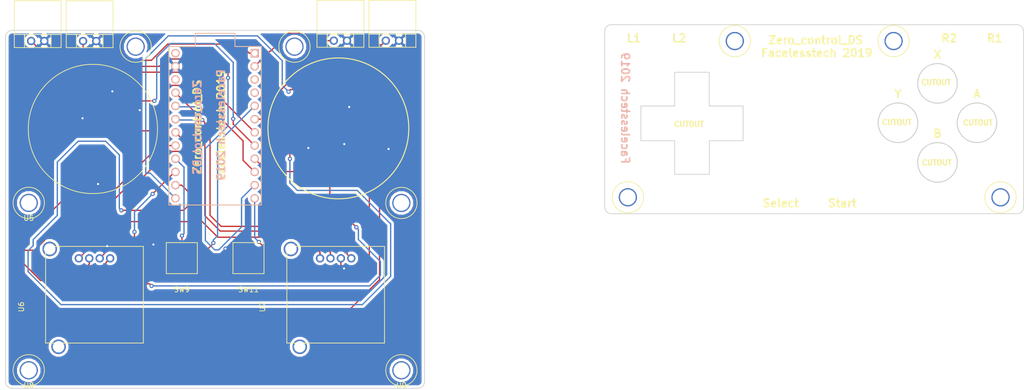
<source format=kicad_pcb>
(kicad_pcb (version 20171130) (host pcbnew 5.0.2+dfsg1-1~bpo9+1)

  (general
    (thickness 1.6)
    (drawings 56)
    (tracks 252)
    (zones 0)
    (modules 27)
    (nets 31)
  )

  (page A4)
  (layers
    (0 F.Cu signal)
    (31 B.Cu signal hide)
    (32 B.Adhes user)
    (33 F.Adhes user)
    (34 B.Paste user)
    (35 F.Paste user)
    (36 B.SilkS user)
    (37 F.SilkS user)
    (38 B.Mask user)
    (39 F.Mask user)
    (40 Dwgs.User user)
    (41 Cmts.User user)
    (42 Eco1.User user)
    (43 Eco2.User user)
    (44 Edge.Cuts user)
    (45 Margin user)
    (46 B.CrtYd user)
    (47 F.CrtYd user)
    (48 B.Fab user)
    (49 F.Fab user)
  )

  (setup
    (last_trace_width 0.25)
    (trace_clearance 0.2)
    (zone_clearance 0.508)
    (zone_45_only no)
    (trace_min 0.2)
    (segment_width 0.2)
    (edge_width 0.15)
    (via_size 0.8)
    (via_drill 0.4)
    (via_min_size 0.4)
    (via_min_drill 0.3)
    (uvia_size 0.3)
    (uvia_drill 0.1)
    (uvias_allowed no)
    (uvia_min_size 0.2)
    (uvia_min_drill 0.1)
    (pcb_text_width 0.3)
    (pcb_text_size 1.5 1.5)
    (mod_edge_width 0.15)
    (mod_text_size 1 1)
    (mod_text_width 0.15)
    (pad_size 1.524 1.524)
    (pad_drill 0.762)
    (pad_to_mask_clearance 0.051)
    (solder_mask_min_width 0.25)
    (aux_axis_origin 0 0)
    (visible_elements FFFFFF7F)
    (pcbplotparams
      (layerselection 0x010f0_ffffffff)
      (usegerberextensions false)
      (usegerberattributes false)
      (usegerberadvancedattributes false)
      (creategerberjobfile false)
      (excludeedgelayer true)
      (linewidth 0.100000)
      (plotframeref false)
      (viasonmask false)
      (mode 1)
      (useauxorigin false)
      (hpglpennumber 1)
      (hpglpenspeed 20)
      (hpglpendiameter 15.000000)
      (psnegative false)
      (psa4output false)
      (plotreference true)
      (plotvalue true)
      (plotinvisibletext false)
      (padsonsilk false)
      (subtractmaskfromsilk false)
      (outputformat 1)
      (mirror false)
      (drillshape 0)
      (scaleselection 1)
      (outputdirectory "gerbers/"))
  )

  (net 0 "")
  (net 1 "Net-(SW1-Pad1)")
  (net 2 "Net-(SW1-Pad2)")
  (net 3 "Net-(SW2-Pad1)")
  (net 4 "Net-(SW3-Pad1)")
  (net 5 "Net-(SW4-Pad1)")
  (net 6 "Net-(SW5-Pad1)")
  (net 7 "Net-(SW6-Pad1)")
  (net 8 "Net-(SW7-Pad1)")
  (net 9 "Net-(SW8-Pad1)")
  (net 10 "Net-(SW9-Pad1)")
  (net 11 "Net-(SW10-Pad1)")
  (net 12 "Net-(SW11-Pad1)")
  (net 13 "Net-(SW12-Pad1)")
  (net 14 "Net-(U1-Pad3)")
  (net 15 "Net-(U1-Pad4)")
  (net 16 "Net-(U1-Pad17)")
  (net 17 "Net-(U1-Pad18)")
  (net 18 "Net-(U1-Pad19)")
  (net 19 "Net-(U1-Pad20)")
  (net 20 "Net-(U1-Pad21)")
  (net 21 "Net-(U1-Pad22)")
  (net 22 "Net-(U1-Pad24)")
  (net 23 "Net-(U2-Pad1)")
  (net 24 "Net-(U3-Pad1)")
  (net 25 "Net-(U4-Pad1)")
  (net 26 "Net-(U5-Pad1)")
  (net 27 "Net-(SW13-Pad1)")
  (net 28 "Net-(SW14-Pad1)")
  (net 29 "Net-(U8-Pad1)")
  (net 30 "Net-(U9-Pad1)")

  (net_class Default "This is the default net class."
    (clearance 0.2)
    (trace_width 0.25)
    (via_dia 0.8)
    (via_drill 0.4)
    (uvia_dia 0.3)
    (uvia_drill 0.1)
    (add_net "Net-(SW1-Pad1)")
    (add_net "Net-(SW1-Pad2)")
    (add_net "Net-(SW10-Pad1)")
    (add_net "Net-(SW11-Pad1)")
    (add_net "Net-(SW12-Pad1)")
    (add_net "Net-(SW13-Pad1)")
    (add_net "Net-(SW14-Pad1)")
    (add_net "Net-(SW2-Pad1)")
    (add_net "Net-(SW3-Pad1)")
    (add_net "Net-(SW4-Pad1)")
    (add_net "Net-(SW5-Pad1)")
    (add_net "Net-(SW6-Pad1)")
    (add_net "Net-(SW7-Pad1)")
    (add_net "Net-(SW8-Pad1)")
    (add_net "Net-(SW9-Pad1)")
    (add_net "Net-(U1-Pad17)")
    (add_net "Net-(U1-Pad18)")
    (add_net "Net-(U1-Pad19)")
    (add_net "Net-(U1-Pad20)")
    (add_net "Net-(U1-Pad21)")
    (add_net "Net-(U1-Pad22)")
    (add_net "Net-(U1-Pad24)")
    (add_net "Net-(U1-Pad3)")
    (add_net "Net-(U1-Pad4)")
    (add_net "Net-(U2-Pad1)")
    (add_net "Net-(U3-Pad1)")
    (add_net "Net-(U4-Pad1)")
    (add_net "Net-(U5-Pad1)")
    (add_net "Net-(U8-Pad1)")
    (add_net "Net-(U9-Pad1)")
  )

  (module promicro:ProMicro (layer B.Cu) (tedit 5CF3FD9B) (tstamp 5D519D20)
    (at 92.583 70.9549 270)
    (descr "Pro Micro footprint")
    (tags "promicro ProMicro")
    (path /5CF3C81F)
    (fp_text reference U1 (at 0 10.16 270) (layer B.SilkS) hide
      (effects (font (size 1 1) (thickness 0.15)) (justify mirror))
    )
    (fp_text value ProMicro (at 0 -10.16 270) (layer B.Fab) hide
      (effects (font (size 1 1) (thickness 0.15)) (justify mirror))
    )
    (fp_line (start 15.24 8.89) (end 15.24 -8.89) (layer F.SilkS) (width 0.15))
    (fp_line (start 15.24 -8.89) (end -15.24 -8.89) (layer F.SilkS) (width 0.15))
    (fp_line (start -15.24 -8.89) (end -15.24 -3.81) (layer F.SilkS) (width 0.15))
    (fp_line (start -15.24 -3.81) (end -17.78 -3.81) (layer F.SilkS) (width 0.15))
    (fp_line (start -17.78 -3.81) (end -17.78 3.81) (layer F.SilkS) (width 0.15))
    (fp_line (start -17.78 3.81) (end -15.24 3.81) (layer F.SilkS) (width 0.15))
    (fp_line (start -15.24 3.81) (end -15.24 8.89) (layer F.SilkS) (width 0.15))
    (fp_line (start -15.24 8.89) (end 15.24 8.89) (layer F.SilkS) (width 0.15))
    (fp_line (start -15.24 -8.89) (end 15.24 -8.89) (layer B.SilkS) (width 0.15))
    (fp_line (start -15.24 -8.89) (end -15.24 -3.81) (layer B.SilkS) (width 0.15))
    (fp_line (start -15.24 -3.81) (end -17.78 -3.81) (layer B.SilkS) (width 0.15))
    (fp_line (start -17.78 -3.81) (end -17.78 3.81) (layer B.SilkS) (width 0.15))
    (fp_line (start -17.78 3.81) (end -15.24 3.81) (layer B.SilkS) (width 0.15))
    (fp_line (start -15.24 3.81) (end -15.24 8.89) (layer B.SilkS) (width 0.15))
    (fp_line (start -15.24 8.89) (end 15.24 8.89) (layer B.SilkS) (width 0.15))
    (fp_line (start 15.24 8.89) (end 15.24 -8.89) (layer B.SilkS) (width 0.15))
    (pad 1 thru_hole rect (at -13.97 -7.62 270) (size 1.6 1.6) (drill 1.1) (layers *.Cu *.Mask B.SilkS)
      (net 27 "Net-(SW13-Pad1)"))
    (pad 2 thru_hole circle (at -11.43 -7.62 270) (size 1.6 1.6) (drill 1.1) (layers *.Cu *.Mask B.SilkS)
      (net 28 "Net-(SW14-Pad1)"))
    (pad 3 thru_hole circle (at -8.89 -7.62 270) (size 1.6 1.6) (drill 1.1) (layers *.Cu *.Mask B.SilkS)
      (net 14 "Net-(U1-Pad3)"))
    (pad 4 thru_hole circle (at -6.35 -7.62 270) (size 1.6 1.6) (drill 1.1) (layers *.Cu *.Mask B.SilkS)
      (net 15 "Net-(U1-Pad4)"))
    (pad 5 thru_hole circle (at -3.81 -7.62 270) (size 1.6 1.6) (drill 1.1) (layers *.Cu *.Mask B.SilkS)
      (net 10 "Net-(SW9-Pad1)"))
    (pad 6 thru_hole circle (at -1.27 -7.62 270) (size 1.6 1.6) (drill 1.1) (layers *.Cu *.Mask B.SilkS)
      (net 13 "Net-(SW12-Pad1)"))
    (pad 7 thru_hole circle (at 1.27 -7.62 270) (size 1.6 1.6) (drill 1.1) (layers *.Cu *.Mask B.SilkS)
      (net 4 "Net-(SW3-Pad1)"))
    (pad 8 thru_hole circle (at 3.81 -7.62 270) (size 1.6 1.6) (drill 1.1) (layers *.Cu *.Mask B.SilkS)
      (net 1 "Net-(SW1-Pad1)"))
    (pad 9 thru_hole circle (at 6.35 -7.62 270) (size 1.6 1.6) (drill 1.1) (layers *.Cu *.Mask B.SilkS)
      (net 5 "Net-(SW4-Pad1)"))
    (pad 10 thru_hole circle (at 8.89 -7.62 270) (size 1.6 1.6) (drill 1.1) (layers *.Cu *.Mask B.SilkS)
      (net 3 "Net-(SW2-Pad1)"))
    (pad 11 thru_hole circle (at 11.43 -7.62 270) (size 1.6 1.6) (drill 1.1) (layers *.Cu *.Mask B.SilkS)
      (net 11 "Net-(SW10-Pad1)"))
    (pad 12 thru_hole circle (at 13.97 -7.62 270) (size 1.6 1.6) (drill 1.1) (layers *.Cu *.Mask B.SilkS)
      (net 12 "Net-(SW11-Pad1)"))
    (pad 13 thru_hole circle (at 13.97 7.62 270) (size 1.6 1.6) (drill 1.1) (layers *.Cu *.Mask B.SilkS)
      (net 6 "Net-(SW5-Pad1)"))
    (pad 14 thru_hole circle (at 11.43 7.62 270) (size 1.6 1.6) (drill 1.1) (layers *.Cu *.Mask B.SilkS)
      (net 8 "Net-(SW7-Pad1)"))
    (pad 15 thru_hole circle (at 8.89 7.62 270) (size 1.6 1.6) (drill 1.1) (layers *.Cu *.Mask B.SilkS)
      (net 7 "Net-(SW6-Pad1)"))
    (pad 16 thru_hole circle (at 6.35 7.62 270) (size 1.6 1.6) (drill 1.1) (layers *.Cu *.Mask B.SilkS)
      (net 9 "Net-(SW8-Pad1)"))
    (pad 17 thru_hole circle (at 3.81 7.62 270) (size 1.6 1.6) (drill 1.1) (layers *.Cu *.Mask B.SilkS)
      (net 16 "Net-(U1-Pad17)"))
    (pad 18 thru_hole circle (at 1.27 7.62 270) (size 1.6 1.6) (drill 1.1) (layers *.Cu *.Mask B.SilkS)
      (net 17 "Net-(U1-Pad18)"))
    (pad 19 thru_hole circle (at -1.27 7.62 270) (size 1.6 1.6) (drill 1.1) (layers *.Cu *.Mask B.SilkS)
      (net 18 "Net-(U1-Pad19)"))
    (pad 20 thru_hole circle (at -3.81 7.62 270) (size 1.6 1.6) (drill 1.1) (layers *.Cu *.Mask B.SilkS)
      (net 19 "Net-(U1-Pad20)"))
    (pad 21 thru_hole circle (at -6.35 7.62 270) (size 1.6 1.6) (drill 1.1) (layers *.Cu *.Mask B.SilkS)
      (net 20 "Net-(U1-Pad21)"))
    (pad 22 thru_hole circle (at -8.89 7.62 270) (size 1.6 1.6) (drill 1.1) (layers *.Cu *.Mask B.SilkS)
      (net 21 "Net-(U1-Pad22)"))
    (pad 23 thru_hole circle (at -11.43 7.62 270) (size 1.6 1.6) (drill 1.1) (layers *.Cu *.Mask B.SilkS)
      (net 2 "Net-(SW1-Pad2)"))
    (pad 24 thru_hole circle (at -13.97 7.62 270) (size 1.6 1.6) (drill 1.1) (layers *.Cu *.Mask B.SilkS)
      (net 22 "Net-(U1-Pad24)"))
  )

  (module m3_hole_custom:m3_hole_custom (layer F.Cu) (tedit 5CF3D540) (tstamp 5D60DA92)
    (at 243.713 84.7344)
    (path /5CF5489C)
    (fp_text reference U3 (at 0 2.921) (layer F.SilkS) hide
      (effects (font (size 1 1) (thickness 0.15)))
    )
    (fp_text value m3_standsoffs (at 0 -2.921) (layer F.Fab) hide
      (effects (font (size 1 1) (thickness 0.15)))
    )
    (fp_circle (center 0 0) (end 2.8575 0.9525) (layer F.SilkS) (width 0.15))
    (pad 1 thru_hole circle (at 0 0) (size 3.5 3.5) (drill 3) (layers *.Cu *.Mask)
      (net 24 "Net-(U3-Pad1)"))
  )

  (module m3_hole_custom:m3_hole_custom (layer F.Cu) (tedit 5CF3D547) (tstamp 5D60DA4F)
    (at 172.0088 84.7217)
    (path /5CF54906)
    (fp_text reference U5 (at 0 2.921) (layer F.SilkS) hide
      (effects (font (size 1 1) (thickness 0.15)))
    )
    (fp_text value m3_standsoffs (at 0 -2.921) (layer F.Fab) hide
      (effects (font (size 1 1) (thickness 0.15)))
    )
    (fp_circle (center 0 0) (end 2.8575 0.9525) (layer F.SilkS) (width 0.15))
    (pad 1 thru_hole circle (at 0 0) (size 3.5 3.5) (drill 3) (layers *.Cu *.Mask)
      (net 26 "Net-(U5-Pad1)"))
  )

  (module m3_hole_custom:m3_hole_custom (layer F.Cu) (tedit 5CF3D52B) (tstamp 5D60D981)
    (at 192.5828 54.6608)
    (path /5CF548D2)
    (fp_text reference U4 (at 0 2.921) (layer F.SilkS) hide
      (effects (font (size 1 1) (thickness 0.15)))
    )
    (fp_text value m3_standsoffs (at 0 -2.921) (layer F.Fab) hide
      (effects (font (size 1 1) (thickness 0.15)))
    )
    (fp_circle (center 0 0) (end 2.8575 0.9525) (layer F.SilkS) (width 0.15))
    (pad 1 thru_hole circle (at 0 0) (size 3.5 3.5) (drill 3) (layers *.Cu *.Mask)
      (net 25 "Net-(U4-Pad1)"))
  )

  (module m3_hole_custom:m3_hole_custom (layer F.Cu) (tedit 5CF3D532) (tstamp 5D60D9BB)
    (at 223.139 54.6608)
    (path /5CF547D0)
    (fp_text reference U2 (at 0 2.921) (layer F.SilkS) hide
      (effects (font (size 1 1) (thickness 0.15)))
    )
    (fp_text value m3_standsoffs (at 0 -2.921) (layer F.Fab) hide
      (effects (font (size 1 1) (thickness 0.15)))
    )
    (fp_circle (center 0 0) (end 2.8575 0.9525) (layer F.SilkS) (width 0.15))
    (pad 1 thru_hole circle (at 0 0) (size 3.5 3.5) (drill 3) (layers *.Cu *.Mask)
      (net 23 "Net-(U2-Pad1)"))
  )

  (module buttons_custom:gbc_buttons_custom (layer F.Cu) (tedit 5CF3FDC0) (tstamp 5D1891BC)
    (at 62.4713 71.6026 90)
    (path /5CF39D84)
    (fp_text reference SW1 (at 0 4.572 90) (layer F.SilkS) hide
      (effects (font (size 1 1) (thickness 0.15)))
    )
    (fp_text value SW_Push (at -0.127 -4.191 90) (layer F.Fab) hide
      (effects (font (size 1 1) (thickness 0.15)))
    )
    (pad 1 smd roundrect (at -1.651 0 90) (size 2.5 5) (layers F.Cu F.Paste F.Mask) (roundrect_rratio 0.25)
      (net 1 "Net-(SW1-Pad1)"))
    (pad 2 smd roundrect (at 1.651 0 90) (size 2.5 5) (layers F.Cu F.Paste F.Mask) (roundrect_rratio 0.25)
      (net 2 "Net-(SW1-Pad2)"))
  )

  (module buttons_custom:gbc_buttons_custom (layer F.Cu) (tedit 5CF3FDC6) (tstamp 5D189255)
    (at 75.7047 71.6026 90)
    (path /5CF39DC4)
    (fp_text reference SW2 (at 0 4.572 90) (layer F.SilkS) hide
      (effects (font (size 1 1) (thickness 0.15)))
    )
    (fp_text value SW_Push (at -0.127 -4.191 90) (layer F.Fab) hide
      (effects (font (size 1 1) (thickness 0.15)))
    )
    (pad 1 smd roundrect (at -1.651 0 90) (size 2.5 5) (layers F.Cu F.Paste F.Mask) (roundrect_rratio 0.25)
      (net 3 "Net-(SW2-Pad1)"))
    (pad 2 smd roundrect (at 1.651 0 90) (size 2.5 5) (layers F.Cu F.Paste F.Mask) (roundrect_rratio 0.25)
      (net 2 "Net-(SW1-Pad2)"))
  )

  (module buttons_custom:gbc_buttons_custom (layer F.Cu) (tedit 5CF3FDCD) (tstamp 5D18927F)
    (at 69.0753 64.9605)
    (path /5CF39D16)
    (fp_text reference SW3 (at 0 4.572) (layer F.SilkS) hide
      (effects (font (size 1 1) (thickness 0.15)))
    )
    (fp_text value SW_Push (at -0.127 -4.191) (layer F.Fab) hide
      (effects (font (size 1 1) (thickness 0.15)))
    )
    (pad 2 smd roundrect (at 1.651 0) (size 2.5 5) (layers F.Cu F.Paste F.Mask) (roundrect_rratio 0.25)
      (net 2 "Net-(SW1-Pad2)"))
    (pad 1 smd roundrect (at -1.651 0) (size 2.5 5) (layers F.Cu F.Paste F.Mask) (roundrect_rratio 0.25)
      (net 4 "Net-(SW3-Pad1)"))
  )

  (module buttons_custom:gbc_buttons_custom (layer F.Cu) (tedit 5CF3FDC3) (tstamp 5D1892AF)
    (at 69.0753 78.1939)
    (path /5CF39D4C)
    (fp_text reference SW4 (at 0 4.572) (layer F.SilkS) hide
      (effects (font (size 1 1) (thickness 0.15)))
    )
    (fp_text value SW_Push (at -0.127 -4.191) (layer F.Fab) hide
      (effects (font (size 1 1) (thickness 0.15)))
    )
    (pad 2 smd roundrect (at 1.651 0) (size 2.5 5) (layers F.Cu F.Paste F.Mask) (roundrect_rratio 0.25)
      (net 2 "Net-(SW1-Pad2)"))
    (pad 1 smd roundrect (at -1.651 0) (size 2.5 5) (layers F.Cu F.Paste F.Mask) (roundrect_rratio 0.25)
      (net 5 "Net-(SW4-Pad1)"))
  )

  (module buttons_custom:gbc_buttons_custom (layer F.Cu) (tedit 5CF3FD8F) (tstamp 5D1897AD)
    (at 116.2939 63.9953)
    (path /5CF3B3F1)
    (fp_text reference SW5 (at 0 4.572) (layer F.SilkS) hide
      (effects (font (size 1 1) (thickness 0.15)))
    )
    (fp_text value SW_Push (at -0.127 -4.191) (layer F.Fab) hide
      (effects (font (size 1 1) (thickness 0.15)))
    )
    (pad 2 smd roundrect (at 1.651 0) (size 2.5 5) (layers F.Cu F.Paste F.Mask) (roundrect_rratio 0.25)
      (net 2 "Net-(SW1-Pad2)"))
    (pad 1 smd roundrect (at -1.651 0) (size 2.5 5) (layers F.Cu F.Paste F.Mask) (roundrect_rratio 0.25)
      (net 6 "Net-(SW5-Pad1)"))
  )

  (module buttons_custom:gbc_buttons_custom (layer F.Cu) (tedit 5CF3FDAC) (tstamp 5D1897E6)
    (at 116.3193 79.0829)
    (path /5CF3B4A6)
    (fp_text reference SW6 (at 0 4.572) (layer F.SilkS) hide
      (effects (font (size 1 1) (thickness 0.15)))
    )
    (fp_text value SW_Push (at -0.127 -4.191) (layer F.Fab) hide
      (effects (font (size 1 1) (thickness 0.15)))
    )
    (pad 1 smd roundrect (at -1.651 0) (size 2.5 5) (layers F.Cu F.Paste F.Mask) (roundrect_rratio 0.25)
      (net 7 "Net-(SW6-Pad1)"))
    (pad 2 smd roundrect (at 1.651 0) (size 2.5 5) (layers F.Cu F.Paste F.Mask) (roundrect_rratio 0.25)
      (net 2 "Net-(SW1-Pad2)"))
  )

  (module buttons_custom:gbc_buttons_custom (layer F.Cu) (tedit 5CF3FDA8) (tstamp 5D1897BC)
    (at 108.6993 71.4502)
    (path /5CF3B469)
    (fp_text reference SW7 (at 0 4.572) (layer F.SilkS) hide
      (effects (font (size 1 1) (thickness 0.15)))
    )
    (fp_text value SW_Push (at -0.127 -4.191) (layer F.Fab) hide
      (effects (font (size 1 1) (thickness 0.15)))
    )
    (pad 1 smd roundrect (at -1.651 0) (size 2.5 5) (layers F.Cu F.Paste F.Mask) (roundrect_rratio 0.25)
      (net 8 "Net-(SW7-Pad1)"))
    (pad 2 smd roundrect (at 1.651 0) (size 2.5 5) (layers F.Cu F.Paste F.Mask) (roundrect_rratio 0.25)
      (net 2 "Net-(SW1-Pad2)"))
  )

  (module buttons_custom:gbc_buttons_custom (layer F.Cu) (tedit 5CF3FDA0) (tstamp 5D1897D1)
    (at 123.9139 71.4502)
    (path /5CF3B4E6)
    (fp_text reference SW8 (at 0 4.572) (layer F.SilkS) hide
      (effects (font (size 1 1) (thickness 0.15)))
    )
    (fp_text value SW_Push (at -0.127 -4.191) (layer F.Fab) hide
      (effects (font (size 1 1) (thickness 0.15)))
    )
    (pad 2 smd roundrect (at 1.651 0) (size 2.5 5) (layers F.Cu F.Paste F.Mask) (roundrect_rratio 0.25)
      (net 2 "Net-(SW1-Pad2)"))
    (pad 1 smd roundrect (at -1.651 0) (size 2.5 5) (layers F.Cu F.Paste F.Mask) (roundrect_rratio 0.25)
      (net 9 "Net-(SW8-Pad1)"))
  )

  (module buttons_custom:right_angle_2_pin (layer F.Cu) (tedit 5C1FA20E) (tstamp 5D60CCF5)
    (at 58.4581 54.6481)
    (path /5CF413F7)
    (fp_text reference SW10 (at 0 2.286) (layer F.SilkS) hide
      (effects (font (size 1 1) (thickness 0.15)))
    )
    (fp_text value SW_Push (at 0 -9.652) (layer F.Fab) hide
      (effects (font (size 1 1) (thickness 0.15)))
    )
    (fp_line (start 0 1.27) (end 4.5085 1.27) (layer F.SilkS) (width 0.15))
    (fp_line (start 4.5085 1.27) (end 4.5085 -7.747) (layer F.SilkS) (width 0.15))
    (fp_line (start 4.5085 -7.747) (end -4.5085 -7.747) (layer F.SilkS) (width 0.15))
    (fp_line (start -4.5085 -7.747) (end -4.5085 1.27) (layer F.SilkS) (width 0.15))
    (fp_line (start -4.5085 1.27) (end 0 1.27) (layer F.SilkS) (width 0.15))
    (fp_line (start 0 -1.27) (end -4.5085 -1.27) (layer F.SilkS) (width 0.15))
    (fp_line (start 0 -1.27) (end 4.5085 -1.27) (layer F.SilkS) (width 0.15))
    (fp_line (start 2.54 0) (end 2.54 1.27) (layer F.SilkS) (width 0.15))
    (fp_line (start 2.54 0) (end 2.54 -1.27) (layer F.SilkS) (width 0.15))
    (fp_line (start -2.54 0) (end -2.54 -1.27) (layer F.SilkS) (width 0.15))
    (fp_line (start -2.54 -1.27) (end -2.54 1.27) (layer F.SilkS) (width 0.15))
    (pad 2 thru_hole circle (at 1.27 0) (size 1.6 1.6) (drill 1) (layers *.Cu *.Mask)
      (net 2 "Net-(SW1-Pad2)"))
    (pad 1 thru_hole circle (at -1.27 0) (size 1.6 1.6) (drill 1) (layers *.Cu *.Mask)
      (net 11 "Net-(SW10-Pad1)"))
  )

  (module buttons_custom:right_angle_2_pin (layer F.Cu) (tedit 5C1FA20E) (tstamp 5D60CC79)
    (at 126.7079 54.5846)
    (path /5CF413A3)
    (fp_text reference SW12 (at 0 2.286) (layer F.SilkS) hide
      (effects (font (size 1 1) (thickness 0.15)))
    )
    (fp_text value SW_Push (at 0 -9.652) (layer F.Fab) hide
      (effects (font (size 1 1) (thickness 0.15)))
    )
    (fp_line (start -2.54 -1.27) (end -2.54 1.27) (layer F.SilkS) (width 0.15))
    (fp_line (start -2.54 0) (end -2.54 -1.27) (layer F.SilkS) (width 0.15))
    (fp_line (start 2.54 0) (end 2.54 -1.27) (layer F.SilkS) (width 0.15))
    (fp_line (start 2.54 0) (end 2.54 1.27) (layer F.SilkS) (width 0.15))
    (fp_line (start 0 -1.27) (end 4.5085 -1.27) (layer F.SilkS) (width 0.15))
    (fp_line (start 0 -1.27) (end -4.5085 -1.27) (layer F.SilkS) (width 0.15))
    (fp_line (start -4.5085 1.27) (end 0 1.27) (layer F.SilkS) (width 0.15))
    (fp_line (start -4.5085 -7.747) (end -4.5085 1.27) (layer F.SilkS) (width 0.15))
    (fp_line (start 4.5085 -7.747) (end -4.5085 -7.747) (layer F.SilkS) (width 0.15))
    (fp_line (start 4.5085 1.27) (end 4.5085 -7.747) (layer F.SilkS) (width 0.15))
    (fp_line (start 0 1.27) (end 4.5085 1.27) (layer F.SilkS) (width 0.15))
    (pad 1 thru_hole circle (at -1.27 0) (size 1.6 1.6) (drill 1) (layers *.Cu *.Mask)
      (net 13 "Net-(SW12-Pad1)"))
    (pad 2 thru_hole circle (at 1.27 0) (size 1.6 1.6) (drill 1) (layers *.Cu *.Mask)
      (net 2 "Net-(SW1-Pad2)"))
  )

  (module m3_hole_custom:m3_hole_custom (layer F.Cu) (tedit 5CF3FD85) (tstamp 5D60CC4E)
    (at 107.8611 55.7403)
    (path /5CF547D0)
    (fp_text reference U2 (at 0 2.921) (layer F.SilkS) hide
      (effects (font (size 1 1) (thickness 0.15)))
    )
    (fp_text value m3_standsoffs (at 0 -2.921) (layer F.Fab) hide
      (effects (font (size 1 1) (thickness 0.15)))
    )
    (fp_circle (center 0 0) (end 2.8575 0.9525) (layer F.SilkS) (width 0.15))
    (pad 1 thru_hole circle (at 0 0) (size 3.5 3.5) (drill 3) (layers *.Cu *.Mask)
      (net 23 "Net-(U2-Pad1)"))
  )

  (module m3_hole_custom:m3_hole_custom (layer F.Cu) (tedit 5CF3FDF4) (tstamp 5D60DABE)
    (at 128.4351 85.8139)
    (path /5CF5489C)
    (fp_text reference U3 (at 0 2.921) (layer F.SilkS) hide
      (effects (font (size 1 1) (thickness 0.15)))
    )
    (fp_text value m3_standsoffs (at 0 -2.921) (layer F.Fab) hide
      (effects (font (size 1 1) (thickness 0.15)))
    )
    (fp_circle (center 0 0) (end 2.8575 0.9525) (layer F.SilkS) (width 0.15))
    (pad 1 thru_hole circle (at 0 0) (size 3.5 3.5) (drill 3) (layers *.Cu *.Mask)
      (net 24 "Net-(U3-Pad1)"))
  )

  (module m3_hole_custom:m3_hole_custom (layer F.Cu) (tedit 5CF3FDD6) (tstamp 5D60CCCA)
    (at 77.3049 55.7403)
    (path /5CF548D2)
    (fp_text reference U4 (at 0 2.921) (layer F.SilkS) hide
      (effects (font (size 1 1) (thickness 0.15)))
    )
    (fp_text value m3_standsoffs (at 0 -2.921) (layer F.Fab) hide
      (effects (font (size 1 1) (thickness 0.15)))
    )
    (fp_circle (center 0 0) (end 2.8575 0.9525) (layer F.SilkS) (width 0.15))
    (pad 1 thru_hole circle (at 0 0) (size 3.5 3.5) (drill 3) (layers *.Cu *.Mask)
      (net 25 "Net-(U4-Pad1)"))
  )

  (module m3_hole_custom:m3_hole_custom (layer F.Cu) (tedit 5CF3FDB6) (tstamp 5D60D9FB)
    (at 56.7309 85.8012)
    (path /5CF54906)
    (fp_text reference U5 (at 0 2.921) (layer F.SilkS)
      (effects (font (size 1 1) (thickness 0.15)))
    )
    (fp_text value m3_standsoffs (at 0 -2.921) (layer F.Fab) hide
      (effects (font (size 1 1) (thickness 0.15)))
    )
    (fp_circle (center 0 0) (end 2.8575 0.9525) (layer F.SilkS) (width 0.15))
    (pad 1 thru_hole circle (at 0 0) (size 3.5 3.5) (drill 3) (layers *.Cu *.Mask)
      (net 26 "Net-(U5-Pad1)"))
  )

  (module buttons_custom:smd_soft_custom (layer F.Cu) (tedit 5BC21C40) (tstamp 5D60DA18)
    (at 86.1822 96.4311)
    (path /5CF4135D)
    (fp_text reference SW9 (at 0 6.0325) (layer F.SilkS)
      (effects (font (size 1 1) (thickness 0.15)))
    )
    (fp_text value SW_Push (at 0 -4.826) (layer F.Fab)
      (effects (font (size 1 1) (thickness 0.15)))
    )
    (fp_line (start -2.9845 2.9845) (end -2.9845 -2.9845) (layer F.SilkS) (width 0.15))
    (fp_line (start 2.9845 2.9845) (end -2.9845 2.9845) (layer F.SilkS) (width 0.15))
    (fp_line (start 2.9845 -2.9845) (end 2.9845 2.9845) (layer F.SilkS) (width 0.15))
    (fp_line (start -2.9845 -2.9845) (end 2.9845 -2.9845) (layer F.SilkS) (width 0.15))
    (pad 2 smd rect (at -2.9845 0 90) (size 1.5 2) (layers F.Cu F.Paste F.Mask)
      (net 2 "Net-(SW1-Pad2)"))
    (pad 1 smd rect (at 2.9845 0 90) (size 1.5 2) (layers F.Cu F.Paste F.Mask)
      (net 10 "Net-(SW9-Pad1)"))
  )

  (module buttons_custom:smd_soft_custom (layer F.Cu) (tedit 5BC21C40) (tstamp 5D60DB00)
    (at 99.0092 96.4311)
    (path /5CF41443)
    (fp_text reference SW11 (at 0 6.0325) (layer F.SilkS)
      (effects (font (size 1 1) (thickness 0.15)))
    )
    (fp_text value SW_Push (at 0 -4.826) (layer F.Fab)
      (effects (font (size 1 1) (thickness 0.15)))
    )
    (fp_line (start -2.9845 -2.9845) (end 2.9845 -2.9845) (layer F.SilkS) (width 0.15))
    (fp_line (start 2.9845 -2.9845) (end 2.9845 2.9845) (layer F.SilkS) (width 0.15))
    (fp_line (start 2.9845 2.9845) (end -2.9845 2.9845) (layer F.SilkS) (width 0.15))
    (fp_line (start -2.9845 2.9845) (end -2.9845 -2.9845) (layer F.SilkS) (width 0.15))
    (pad 1 smd rect (at 2.9845 0 90) (size 1.5 2) (layers F.Cu F.Paste F.Mask)
      (net 12 "Net-(SW11-Pad1)"))
    (pad 2 smd rect (at -2.9845 0 90) (size 1.5 2) (layers F.Cu F.Paste F.Mask)
      (net 2 "Net-(SW1-Pad2)"))
  )

  (module buttons_custom:right_angle_2_pin (layer F.Cu) (tedit 5C1FA20E) (tstamp 5D60CBFD)
    (at 68.453 54.6608)
    (path /5D0EA008)
    (fp_text reference SW13 (at 0 2.286) (layer F.SilkS) hide
      (effects (font (size 1 1) (thickness 0.15)))
    )
    (fp_text value SW_Push (at 0 -9.652) (layer F.Fab) hide
      (effects (font (size 1 1) (thickness 0.15)))
    )
    (fp_line (start 0 1.27) (end 4.5085 1.27) (layer F.SilkS) (width 0.15))
    (fp_line (start 4.5085 1.27) (end 4.5085 -7.747) (layer F.SilkS) (width 0.15))
    (fp_line (start 4.5085 -7.747) (end -4.5085 -7.747) (layer F.SilkS) (width 0.15))
    (fp_line (start -4.5085 -7.747) (end -4.5085 1.27) (layer F.SilkS) (width 0.15))
    (fp_line (start -4.5085 1.27) (end 0 1.27) (layer F.SilkS) (width 0.15))
    (fp_line (start 0 -1.27) (end -4.5085 -1.27) (layer F.SilkS) (width 0.15))
    (fp_line (start 0 -1.27) (end 4.5085 -1.27) (layer F.SilkS) (width 0.15))
    (fp_line (start 2.54 0) (end 2.54 1.27) (layer F.SilkS) (width 0.15))
    (fp_line (start 2.54 0) (end 2.54 -1.27) (layer F.SilkS) (width 0.15))
    (fp_line (start -2.54 0) (end -2.54 -1.27) (layer F.SilkS) (width 0.15))
    (fp_line (start -2.54 -1.27) (end -2.54 1.27) (layer F.SilkS) (width 0.15))
    (pad 2 thru_hole circle (at 1.27 0) (size 1.6 1.6) (drill 1) (layers *.Cu *.Mask)
      (net 2 "Net-(SW1-Pad2)"))
    (pad 1 thru_hole circle (at -1.27 0) (size 1.6 1.6) (drill 1) (layers *.Cu *.Mask)
      (net 27 "Net-(SW13-Pad1)"))
  )

  (module buttons_custom:right_angle_2_pin (layer F.Cu) (tedit 5C1FA20E) (tstamp 5D60CBA7)
    (at 116.7003 54.5846)
    (path /5D0E9F86)
    (fp_text reference SW14 (at 0 2.286) (layer F.SilkS) hide
      (effects (font (size 1 1) (thickness 0.15)))
    )
    (fp_text value SW_Push (at 0 -9.652) (layer F.Fab) hide
      (effects (font (size 1 1) (thickness 0.15)))
    )
    (fp_line (start -2.54 -1.27) (end -2.54 1.27) (layer F.SilkS) (width 0.15))
    (fp_line (start -2.54 0) (end -2.54 -1.27) (layer F.SilkS) (width 0.15))
    (fp_line (start 2.54 0) (end 2.54 -1.27) (layer F.SilkS) (width 0.15))
    (fp_line (start 2.54 0) (end 2.54 1.27) (layer F.SilkS) (width 0.15))
    (fp_line (start 0 -1.27) (end 4.5085 -1.27) (layer F.SilkS) (width 0.15))
    (fp_line (start 0 -1.27) (end -4.5085 -1.27) (layer F.SilkS) (width 0.15))
    (fp_line (start -4.5085 1.27) (end 0 1.27) (layer F.SilkS) (width 0.15))
    (fp_line (start -4.5085 -7.747) (end -4.5085 1.27) (layer F.SilkS) (width 0.15))
    (fp_line (start 4.5085 -7.747) (end -4.5085 -7.747) (layer F.SilkS) (width 0.15))
    (fp_line (start 4.5085 1.27) (end 4.5085 -7.747) (layer F.SilkS) (width 0.15))
    (fp_line (start 0 1.27) (end 4.5085 1.27) (layer F.SilkS) (width 0.15))
    (pad 1 thru_hole circle (at -1.27 0) (size 1.6 1.6) (drill 1) (layers *.Cu *.Mask)
      (net 28 "Net-(SW14-Pad1)"))
    (pad 2 thru_hole circle (at 1.27 0) (size 1.6 1.6) (drill 1) (layers *.Cu *.Mask)
      (net 2 "Net-(SW1-Pad2)"))
  )

  (module psp_stick_custom:psp_under_pad_custom (layer F.Cu) (tedit 5D246ACB) (tstamp 5D60D3D0)
    (at 69.3801 96.4692 180)
    (path /5D3D92F4)
    (fp_text reference U6 (at 14.0716 -9.3345 270) (layer F.SilkS)
      (effects (font (size 1 1) (thickness 0.15)))
    )
    (fp_text value psp_under_pad_custom (at 11.7602 -9.6647 270) (layer F.Fab)
      (effects (font (size 1 1) (thickness 0.15)))
    )
    (fp_line (start -9.398 -16.3068) (end -9.398 2.2987) (layer F.SilkS) (width 0.15))
    (fp_line (start 9.398 -16.3068) (end -9.398 -16.3068) (layer F.SilkS) (width 0.15))
    (fp_line (start 9.398 2.2987) (end 9.398 -16.3068) (layer F.SilkS) (width 0.15))
    (fp_line (start -9.398 2.2987) (end 9.398 2.2987) (layer F.SilkS) (width 0.15))
    (pad 6 thru_hole circle (at 6.9088 -17.018 180) (size 2.8 2.8) (drill 2.2) (layers *.Cu *.Mask))
    (pad 5 thru_hole circle (at 8.6106 1.8034 180) (size 2.8 2.8) (drill 2.2) (layers *.Cu *.Mask))
    (pad 4 thru_hole circle (at 3.0099 0 180) (size 1.6 1.6) (drill 1) (layers *.Cu *.Mask)
      (net 20 "Net-(U1-Pad21)"))
    (pad 3 thru_hole circle (at 1.0033 0 180) (size 1.6 1.6) (drill 1) (layers *.Cu *.Mask)
      (net 17 "Net-(U1-Pad18)"))
    (pad 2 thru_hole circle (at -1.0033 0 180) (size 1.6 1.6) (drill 1) (layers *.Cu *.Mask)
      (net 2 "Net-(SW1-Pad2)"))
    (pad 1 thru_hole circle (at -3.0099 0 180) (size 1.6 1.6) (drill 1) (layers *.Cu *.Mask)
      (net 16 "Net-(U1-Pad17)"))
  )

  (module psp_stick_custom:psp_under_pad_custom (layer F.Cu) (tedit 5D246ACB) (tstamp 5D60D38E)
    (at 115.7859 96.4692 180)
    (path /5D3D9392)
    (fp_text reference U7 (at 14.0716 -9.3345 270) (layer F.SilkS)
      (effects (font (size 1 1) (thickness 0.15)))
    )
    (fp_text value psp_under_pad_custom (at 11.7602 -9.6647 270) (layer F.Fab)
      (effects (font (size 1 1) (thickness 0.15)))
    )
    (fp_line (start -9.398 2.2987) (end 9.398 2.2987) (layer F.SilkS) (width 0.15))
    (fp_line (start 9.398 2.2987) (end 9.398 -16.3068) (layer F.SilkS) (width 0.15))
    (fp_line (start 9.398 -16.3068) (end -9.398 -16.3068) (layer F.SilkS) (width 0.15))
    (fp_line (start -9.398 -16.3068) (end -9.398 2.2987) (layer F.SilkS) (width 0.15))
    (pad 1 thru_hole circle (at -3.0099 0 180) (size 1.6 1.6) (drill 1) (layers *.Cu *.Mask)
      (net 19 "Net-(U1-Pad20)"))
    (pad 2 thru_hole circle (at -1.0033 0 180) (size 1.6 1.6) (drill 1) (layers *.Cu *.Mask)
      (net 2 "Net-(SW1-Pad2)"))
    (pad 3 thru_hole circle (at 1.0033 0 180) (size 1.6 1.6) (drill 1) (layers *.Cu *.Mask)
      (net 18 "Net-(U1-Pad19)"))
    (pad 4 thru_hole circle (at 3.0099 0 180) (size 1.6 1.6) (drill 1) (layers *.Cu *.Mask)
      (net 20 "Net-(U1-Pad21)"))
    (pad 5 thru_hole circle (at 8.6106 1.8034 180) (size 2.8 2.8) (drill 2.2) (layers *.Cu *.Mask))
    (pad 6 thru_hole circle (at 6.9088 -17.018 180) (size 2.8 2.8) (drill 2.2) (layers *.Cu *.Mask))
  )

  (module m3_hole_custom:m3_hole_custom (layer F.Cu) (tedit 5C30E31C) (tstamp 5D60D4D2)
    (at 56.7309 118.0084)
    (path /5D54981C)
    (fp_text reference U8 (at 0 2.921) (layer F.SilkS)
      (effects (font (size 1 1) (thickness 0.15)))
    )
    (fp_text value m3_standsoffs (at 0 -2.921) (layer F.Fab)
      (effects (font (size 1 1) (thickness 0.15)))
    )
    (fp_circle (center 0 0) (end 2.8575 0.9525) (layer F.SilkS) (width 0.15))
    (pad 1 thru_hole circle (at 0 0) (size 3.5 3.5) (drill 3) (layers *.Cu *.Mask)
      (net 29 "Net-(U8-Pad1)"))
  )

  (module m3_hole_custom:m3_hole_custom (layer F.Cu) (tedit 5C30E31C) (tstamp 5D60D519)
    (at 128.4351 118.0084)
    (path /5D549860)
    (fp_text reference U9 (at 0 2.921) (layer F.SilkS)
      (effects (font (size 1 1) (thickness 0.15)))
    )
    (fp_text value m3_standsoffs (at 0 -2.921) (layer F.Fab)
      (effects (font (size 1 1) (thickness 0.15)))
    )
    (fp_circle (center 0 0) (end 2.8575 0.9525) (layer F.SilkS) (width 0.15))
    (pad 1 thru_hole circle (at 0 0) (size 3.5 3.5) (drill 3) (layers *.Cu *.Mask)
      (net 30 "Net-(U9-Pad1)"))
  )

  (gr_line (start 132.8928 53.8988) (end 132.8928 120.2055) (layer Edge.Cuts) (width 0.15) (tstamp 5D60CB0D))
  (gr_line (start 52.2732 53.8861) (end 52.2732 120.1928) (layer Edge.Cuts) (width 0.15))
  (gr_line (start 131.6355 52.6034) (end 53.594 52.6034) (layer Edge.Cuts) (width 0.15) (tstamp 5D60CAAE))
  (gr_line (start 246.8626 87.884) (end 168.8211 87.884) (layer Edge.Cuts) (width 0.15) (tstamp 5D60CAAE))
  (gr_line (start 246.8753 51.5112) (end 168.8338 51.5112) (layer Edge.Cuts) (width 0.15))
  (gr_line (start 53.5559 121.4755) (end 131.6228 121.4755) (layer Edge.Cuts) (width 0.15))
  (gr_text R2 (at 233.8324 54.1274) (layer F.SilkS) (tstamp 5D60D9D4)
    (effects (font (size 1.5 1.5) (thickness 0.3)))
  )
  (gr_text L2 (at 181.8767 54.1274) (layer F.SilkS) (tstamp 5D60D999)
    (effects (font (size 1.5 1.5) (thickness 0.3)))
  )
  (gr_text CUTOUT (at 183.7817 70.6501) (layer F.SilkS) (tstamp 5D0083C4)
    (effects (font (size 1 1) (thickness 0.25)))
  )
  (gr_text CUTOUT (at 231.4575 78.0542) (layer F.SilkS) (tstamp 5D0083C4)
    (effects (font (size 1 1) (thickness 0.25)))
  )
  (gr_text CUTOUT (at 223.774 70.2945) (layer F.SilkS) (tstamp 5D0083C4)
    (effects (font (size 1 1) (thickness 0.25)))
  )
  (gr_text CUTOUT (at 231.3051 62.611) (layer F.SilkS) (tstamp 5D0083C4)
    (effects (font (size 1 1) (thickness 0.25)))
  )
  (gr_text CUTOUT (at 239.3696 70.3707) (layer F.SilkS)
    (effects (font (size 1 1) (thickness 0.25)))
  )
  (gr_text "Facelesstech 2019" (at 208.3562 56.9468) (layer F.SilkS) (tstamp 5D007FF5)
    (effects (font (size 1.5 1.5) (thickness 0.3)))
  )
  (gr_text "Facelesstech 2019" (at 171.5008 67.564 270) (layer B.SilkS) (tstamp 5D007FF1)
    (effects (font (size 1.5 1.5) (thickness 0.3)) (justify mirror))
  )
  (gr_text "Facelesstech 2019" (at 93.726 70.7898 90) (layer B.SilkS) (tstamp 5D007FED)
    (effects (font (size 1.5 1.5) (thickness 0.3)) (justify mirror))
  )
  (gr_text "Facelesstech 2019" (at 93.726 70.8533 90) (layer F.SilkS)
    (effects (font (size 1.5 1.5) (thickness 0.3)))
  )
  (gr_text Zero_control_DS (at 89.1667 71.2978 90) (layer B.SilkS) (tstamp 5D007FE6)
    (effects (font (size 1.5 1.5) (thickness 0.3)) (justify mirror))
  )
  (gr_text Zero_control_DS (at 89.1667 71.1708 90) (layer F.SilkS) (tstamp 5D007FE3)
    (effects (font (size 1.5 1.5) (thickness 0.3)))
  )
  (gr_text Zero_control_DS (at 208.1657 54.4703) (layer F.SilkS)
    (effects (font (size 1.5 1.5) (thickness 0.3)))
  )
  (gr_text R1 (at 242.5573 54.1274) (layer F.SilkS) (tstamp 5D60D9CF)
    (effects (font (size 1.5 1.5) (thickness 0.3)))
  )
  (gr_text L1 (at 173.1645 54.1274) (layer F.SilkS) (tstamp 5D60D958)
    (effects (font (size 1.5 1.5) (thickness 0.3)))
  )
  (gr_text Y (at 223.9772 64.8462) (layer F.SilkS)
    (effects (font (size 1.5 1.5) (thickness 0.3)))
  )
  (gr_text X (at 231.5845 57.2643) (layer F.SilkS)
    (effects (font (size 1.5 1.5) (thickness 0.3)))
  )
  (gr_text B (at 231.5845 72.4662) (layer F.SilkS) (tstamp 5D007C11)
    (effects (font (size 1.5 1.5) (thickness 0.3)))
  )
  (gr_text A (at 239.1791 64.8462) (layer F.SilkS)
    (effects (font (size 1.5 1.5) (thickness 0.3)))
  )
  (gr_text Select (at 201.4347 85.852) (layer F.SilkS) (tstamp 5D60DB1A)
    (effects (font (size 1.5 1.5) (thickness 0.3)))
  )
  (gr_text Start (at 213.2838 85.852) (layer F.SilkS) (tstamp 5D007BFA)
    (effects (font (size 1.5 1.5) (thickness 0.3)))
  )
  (gr_arc (start 246.888 86.614) (end 246.888 87.884) (angle -90) (layer Edge.Cuts) (width 0.15) (tstamp 5D60CAA1))
  (gr_arc (start 168.8338 86.6013) (end 167.5511 86.6013) (angle -90) (layer Edge.Cuts) (width 0.15) (tstamp 5D60CA64))
  (gr_circle (center 239.1791 70.3834) (end 239.1791 74.1934) (layer Edge.Cuts) (width 0.2) (tstamp 5D007C1D))
  (gr_line (start 187.6806 67.1703) (end 194.183 67.1703) (layer Edge.Cuts) (width 0.15) (tstamp 5D006F4B))
  (gr_line (start 187.6679 60.6806) (end 187.6679 67.1703) (layer Edge.Cuts) (width 0.15) (tstamp 5D006F4A))
  (gr_line (start 181.0131 67.1703) (end 181.0131 60.6679) (layer Edge.Cuts) (width 0.15) (tstamp 5D006F49))
  (gr_line (start 181.0131 60.6679) (end 187.6679 60.6679) (layer Edge.Cuts) (width 0.15) (tstamp 5D006F48))
  (gr_line (start 181.0131 67.1703) (end 174.5107 67.1703) (layer Edge.Cuts) (width 0.15) (tstamp 5D006F47))
  (gr_line (start 181.0131 73.8378) (end 174.5107 73.8378) (layer Edge.Cuts) (width 0.15) (tstamp 5D006F46))
  (gr_line (start 181.0131 73.8378) (end 181.0131 80.3402) (layer Edge.Cuts) (width 0.15) (tstamp 5D006F45))
  (gr_line (start 187.6806 73.8378) (end 187.6806 80.3402) (layer Edge.Cuts) (width 0.15) (tstamp 5D006F44))
  (gr_arc (start 168.8211 52.7812) (end 168.8211 51.5112) (angle -90) (layer Edge.Cuts) (width 0.15) (tstamp 5D006F39))
  (gr_circle (center 231.5845 78.0034) (end 231.5845 81.8134) (layer Edge.Cuts) (width 0.2) (tstamp 5D007C0A))
  (gr_circle (center 231.5845 62.8015) (end 231.5845 66.6115) (layer Edge.Cuts) (width 0.2) (tstamp 5D007C29))
  (gr_circle (center 223.9772 70.3834) (end 223.9772 74.1934) (layer Edge.Cuts) (width 0.2) (tstamp 5D007C37))
  (gr_line (start 167.5511 86.5886) (end 167.5511 52.7558) (layer Edge.Cuts) (width 0.15) (tstamp 5D60CA6F))
  (gr_arc (start 246.888 52.7812) (end 248.158 52.7812) (angle -90) (layer Edge.Cuts) (width 0.15) (tstamp 5D006F13))
  (gr_line (start 174.5107 73.8378) (end 174.5107 67.183) (layer Edge.Cuts) (width 0.15) (tstamp 5D006ECE))
  (gr_line (start 194.183 67.1703) (end 194.183 73.8378) (layer Edge.Cuts) (width 0.15) (tstamp 5D006ECD))
  (gr_line (start 180.9877 80.3021) (end 187.6552 80.3021) (layer Edge.Cuts) (width 0.15) (tstamp 5D006ECC))
  (gr_line (start 187.6806 73.8378) (end 194.183 73.8378) (layer Edge.Cuts) (width 0.15) (tstamp 5D006ECB))
  (gr_line (start 248.158 52.7939) (end 248.158 86.614) (layer Edge.Cuts) (width 0.15) (tstamp 5D60CA95))
  (gr_arc (start 131.6228 53.8734) (end 132.8928 53.8734) (angle -90) (layer Edge.Cuts) (width 0.15))
  (gr_arc (start 131.6228 120.2055) (end 131.6228 121.4755) (angle -90) (layer Edge.Cuts) (width 0.15) (tstamp 5D60C929))
  (gr_arc (start 53.5559 120.1928) (end 52.2732 120.1928) (angle -90) (layer Edge.Cuts) (width 0.15))
  (gr_arc (start 53.5432 53.8734) (end 53.5432 52.6034) (angle -90) (layer Edge.Cuts) (width 0.15))
  (gr_circle (center 116.3066 71.4629) (end 116.3955 85.0138) (layer F.SilkS) (width 0.2))
  (gr_circle (center 69.0753 71.5772) (end 71.8185 83.7057) (layer F.SilkS) (width 0.15))

  (segment (start 63.79201 71.93289) (end 68.37671 71.93289) (width 0.25) (layer F.Cu) (net 1))
  (segment (start 62.4713 73.2536) (end 63.79201 71.93289) (width 0.25) (layer F.Cu) (net 1))
  (via (at 80.899 66.1797) (size 0.8) (drill 0.4) (layers F.Cu B.Cu) (net 1))
  (segment (start 74.1299 66.1797) (end 80.899 66.1797) (width 0.25) (layer F.Cu) (net 1))
  (segment (start 68.37671 71.93289) (end 74.1299 66.1797) (width 0.25) (layer F.Cu) (net 1))
  (segment (start 80.899 66.1797) (end 81.3562 65.7225) (width 0.25) (layer B.Cu) (net 1))
  (segment (start 81.3562 65.7225) (end 81.3562 57.7977) (width 0.25) (layer B.Cu) (net 1))
  (segment (start 81.3562 57.7977) (end 84.0232 55.1307) (width 0.25) (layer B.Cu) (net 1))
  (segment (start 84.0232 55.1307) (end 92.4433 55.1307) (width 0.25) (layer B.Cu) (net 1))
  (via (at 96.0755 69.6214) (size 0.8) (drill 0.4) (layers F.Cu B.Cu) (net 1))
  (segment (start 96.0755 58.7629) (end 96.0755 69.6214) (width 0.25) (layer B.Cu) (net 1))
  (segment (start 92.4433 55.1307) (end 96.0755 58.7629) (width 0.25) (layer B.Cu) (net 1))
  (segment (start 96.0755 70.6374) (end 100.203 74.7649) (width 0.25) (layer F.Cu) (net 1))
  (segment (start 96.0755 69.6214) (end 96.0755 70.6374) (width 0.25) (layer F.Cu) (net 1))
  (via (at 67.0814 69.5198) (size 0.8) (drill 0.4) (layers F.Cu B.Cu) (net 2))
  (segment (start 66.6496 69.9516) (end 67.0814 69.5198) (width 0.25) (layer F.Cu) (net 2))
  (segment (start 62.4713 69.9516) (end 66.6496 69.9516) (width 0.25) (layer F.Cu) (net 2))
  (via (at 72.8218 64.3382) (size 0.8) (drill 0.4) (layers F.Cu B.Cu) (net 2))
  (segment (start 72.1995 64.9605) (end 72.8218 64.3382) (width 0.25) (layer F.Cu) (net 2))
  (segment (start 70.7263 64.9605) (end 72.1995 64.9605) (width 0.25) (layer F.Cu) (net 2))
  (via (at 78.0923 67.9577) (size 0.8) (drill 0.4) (layers F.Cu B.Cu) (net 2))
  (segment (start 77.6986 67.9577) (end 78.0923 67.9577) (width 0.25) (layer F.Cu) (net 2))
  (segment (start 75.7047 69.9516) (end 77.6986 67.9577) (width 0.25) (layer F.Cu) (net 2))
  (via (at 94.5896 94.615) (size 0.8) (drill 0.4) (layers F.Cu B.Cu) (net 2))
  (segment (start 94.5896 95.246) (end 94.5896 94.615) (width 0.25) (layer F.Cu) (net 2))
  (segment (start 95.7747 96.4311) (end 94.5896 95.246) (width 0.25) (layer F.Cu) (net 2))
  (segment (start 96.0247 96.4311) (end 95.7747 96.4311) (width 0.25) (layer F.Cu) (net 2))
  (via (at 117.4369 74.4855) (size 0.8) (drill 0.4) (layers F.Cu B.Cu) (net 2))
  (segment (start 117.9703 75.0189) (end 117.4369 74.4855) (width 0.25) (layer F.Cu) (net 2))
  (segment (start 117.9703 79.0829) (end 117.9703 75.0189) (width 0.25) (layer F.Cu) (net 2))
  (via (at 110.5281 75.2348) (size 0.8) (drill 0.4) (layers F.Cu B.Cu) (net 2))
  (segment (start 110.3503 75.057) (end 110.5281 75.2348) (width 0.25) (layer F.Cu) (net 2))
  (segment (start 110.3503 71.4502) (end 110.3503 75.057) (width 0.25) (layer F.Cu) (net 2))
  (via (at 125.9586 75.4253) (size 0.8) (drill 0.4) (layers F.Cu B.Cu) (net 2))
  (segment (start 125.5649 75.0316) (end 125.9586 75.4253) (width 0.25) (layer F.Cu) (net 2))
  (segment (start 125.5649 71.4502) (end 125.5649 75.0316) (width 0.25) (layer F.Cu) (net 2))
  (via (at 118.3894 67.3481) (size 0.8) (drill 0.4) (layers F.Cu B.Cu) (net 2))
  (segment (start 117.9449 66.9036) (end 118.3894 67.3481) (width 0.25) (layer F.Cu) (net 2))
  (segment (start 117.9449 63.9953) (end 117.9449 66.9036) (width 0.25) (layer F.Cu) (net 2))
  (via (at 80.7212 93.8149) (size 0.8) (drill 0.4) (layers F.Cu B.Cu) (net 2))
  (segment (start 80.7212 94.2046) (end 80.7212 93.8149) (width 0.25) (layer F.Cu) (net 2))
  (segment (start 82.9477 96.4311) (end 80.7212 94.2046) (width 0.25) (layer F.Cu) (net 2))
  (segment (start 83.1977 96.4311) (end 82.9477 96.4311) (width 0.25) (layer F.Cu) (net 2))
  (via (at 117.3988 98.4123) (size 0.8) (drill 0.4) (layers F.Cu B.Cu) (net 2))
  (segment (start 116.7892 97.8027) (end 117.3988 98.4123) (width 0.25) (layer F.Cu) (net 2))
  (segment (start 116.7892 96.4692) (end 116.7892 97.8027) (width 0.25) (layer F.Cu) (net 2))
  (via (at 71.8185 94.1197) (size 0.8) (drill 0.4) (layers F.Cu B.Cu) (net 2))
  (segment (start 71.8185 95.0341) (end 71.8185 94.1197) (width 0.25) (layer F.Cu) (net 2))
  (segment (start 70.3834 96.4692) (end 71.8185 95.0341) (width 0.25) (layer F.Cu) (net 2))
  (via (at 70.0659 82.169) (size 0.8) (drill 0.4) (layers F.Cu B.Cu) (net 2))
  (segment (start 70.7263 81.5086) (end 70.0659 82.169) (width 0.25) (layer F.Cu) (net 2))
  (segment (start 70.7263 78.1939) (end 70.7263 81.5086) (width 0.25) (layer F.Cu) (net 2))
  (segment (start 75.7047 73.2536) (end 77.02541 71.93289) (width 0.25) (layer F.Cu) (net 3))
  (segment (start 77.02541 71.93289) (end 80.96241 71.93289) (width 0.25) (layer F.Cu) (net 3))
  (segment (start 80.96241 71.93289) (end 83.058 69.8373) (width 0.25) (layer F.Cu) (net 3))
  (segment (start 83.058 69.8373) (end 83.058 63.9318) (width 0.25) (layer F.Cu) (net 3))
  (segment (start 83.799899 63.189901) (end 87.292399 63.189901) (width 0.25) (layer F.Cu) (net 3))
  (segment (start 83.058 63.9318) (end 83.799899 63.189901) (width 0.25) (layer F.Cu) (net 3))
  (segment (start 87.292399 63.189901) (end 97.9678 73.865302) (width 0.25) (layer F.Cu) (net 3))
  (segment (start 97.9678 77.6097) (end 100.203 79.8449) (width 0.25) (layer F.Cu) (net 3))
  (segment (start 97.9678 73.865302) (end 97.9678 77.6097) (width 0.25) (layer F.Cu) (net 3))
  (segment (start 88.628001 60.649901) (end 100.203 72.2249) (width 0.25) (layer F.Cu) (net 4))
  (segment (start 67.4243 64.9605) (end 68.74501 63.63979) (width 0.25) (layer F.Cu) (net 4))
  (segment (start 68.74501 63.63979) (end 68.74501 62.54759) (width 0.25) (layer F.Cu) (net 4))
  (segment (start 68.74501 62.54759) (end 70.642699 60.649901) (width 0.25) (layer F.Cu) (net 4))
  (segment (start 70.642699 60.649901) (end 88.628001 60.649901) (width 0.25) (layer F.Cu) (net 4))
  (segment (start 66.10359 79.51461) (end 66.10359 82.43561) (width 0.25) (layer F.Cu) (net 5))
  (segment (start 67.4243 78.1939) (end 66.10359 79.51461) (width 0.25) (layer F.Cu) (net 5))
  (segment (start 55.32839 93.21081) (end 55.32839 100.52769) (width 0.25) (layer F.Cu) (net 5))
  (segment (start 66.10359 82.43561) (end 55.32839 93.21081) (width 0.25) (layer F.Cu) (net 5))
  (segment (start 55.32839 100.52769) (end 61.3156 106.5149) (width 0.25) (layer F.Cu) (net 5))
  (segment (start 61.3156 106.5149) (end 118.2878 106.5149) (width 0.25) (layer F.Cu) (net 5))
  (segment (start 118.2878 106.5149) (end 124.2314 100.5713) (width 0.25) (layer F.Cu) (net 5))
  (segment (start 124.2314 100.5713) (end 124.2314 81.8769) (width 0.25) (layer F.Cu) (net 5))
  (segment (start 124.2314 81.8769) (end 129.9083 76.2) (width 0.25) (layer F.Cu) (net 5))
  (segment (start 129.9083 76.2) (end 129.9083 69.4944) (width 0.25) (layer F.Cu) (net 5))
  (segment (start 129.9083 69.4944) (end 127.4445 67.0306) (width 0.25) (layer F.Cu) (net 5))
  (segment (start 127.4445 67.0306) (end 120.9548 67.0306) (width 0.25) (layer F.Cu) (net 5))
  (segment (start 120.9548 67.0306) (end 108.2167 79.7687) (width 0.25) (layer F.Cu) (net 5))
  (segment (start 102.6668 79.7687) (end 100.203 77.3049) (width 0.25) (layer F.Cu) (net 5))
  (segment (start 108.2167 79.7687) (end 102.6668 79.7687) (width 0.25) (layer F.Cu) (net 5))
  (via (at 106.7181 64.4017) (size 0.8) (drill 0.4) (layers F.Cu B.Cu) (net 6))
  (segment (start 107.1245 63.9953) (end 106.7181 64.4017) (width 0.25) (layer F.Cu) (net 6))
  (segment (start 114.6429 63.9953) (end 107.1245 63.9953) (width 0.25) (layer F.Cu) (net 6))
  (segment (start 105.506301 63.189901) (end 105.506301 58.440101) (width 0.25) (layer B.Cu) (net 6))
  (segment (start 106.7181 64.4017) (end 105.506301 63.189901) (width 0.25) (layer B.Cu) (net 6))
  (segment (start 100.731499 53.665299) (end 83.596301 53.665299) (width 0.25) (layer B.Cu) (net 6))
  (segment (start 105.506301 58.440101) (end 100.731499 53.665299) (width 0.25) (layer B.Cu) (net 6))
  (segment (start 83.596301 53.665299) (end 79.248 58.0136) (width 0.25) (layer B.Cu) (net 6))
  (segment (start 79.248 58.0136) (end 79.248 80.0862) (width 0.25) (layer B.Cu) (net 6))
  (segment (start 80.1243 80.0862) (end 84.963 84.9249) (width 0.25) (layer B.Cu) (net 6))
  (segment (start 79.248 80.0862) (end 80.1243 80.0862) (width 0.25) (layer B.Cu) (net 6))
  (via (at 119.761 90.4875) (size 0.8) (drill 0.4) (layers F.Cu B.Cu) (net 7))
  (segment (start 114.6683 85.3948) (end 119.761 90.4875) (width 0.25) (layer F.Cu) (net 7))
  (segment (start 114.6683 79.0829) (end 114.6683 85.3948) (width 0.25) (layer F.Cu) (net 7))
  (segment (start 120.160999 90.887499) (end 120.160999 92.843299) (width 0.25) (layer B.Cu) (net 7))
  (segment (start 119.761 90.4875) (end 120.160999 90.887499) (width 0.25) (layer B.Cu) (net 7))
  (segment (start 120.160999 92.843299) (end 124.3965 97.0788) (width 0.25) (layer B.Cu) (net 7))
  (segment (start 124.3965 97.0788) (end 124.3965 99.7204) (width 0.25) (layer B.Cu) (net 7))
  (segment (start 122.3391 101.7778) (end 80.3656 101.7778) (width 0.25) (layer B.Cu) (net 7))
  (via (at 80.3656 101.7778) (size 0.8) (drill 0.4) (layers F.Cu B.Cu) (net 7))
  (segment (start 124.3965 99.7204) (end 122.3391 101.7778) (width 0.25) (layer B.Cu) (net 7))
  (segment (start 79.965601 101.377801) (end 78.428901 101.377801) (width 0.25) (layer F.Cu) (net 7))
  (segment (start 80.3656 101.7778) (end 79.965601 101.377801) (width 0.25) (layer F.Cu) (net 7))
  (via (at 77.0763 91.3765) (size 0.8) (drill 0.4) (layers F.Cu B.Cu) (net 7))
  (segment (start 77.0763 100.0252) (end 77.0763 91.3765) (width 0.25) (layer F.Cu) (net 7))
  (segment (start 78.428901 101.377801) (end 77.0763 100.0252) (width 0.25) (layer F.Cu) (net 7))
  (via (at 80.5688 84.074) (size 0.8) (drill 0.4) (layers F.Cu B.Cu) (net 7))
  (segment (start 77.0763 87.5665) (end 80.5688 84.074) (width 0.25) (layer B.Cu) (net 7))
  (segment (start 77.0763 91.3765) (end 77.0763 87.5665) (width 0.25) (layer B.Cu) (net 7))
  (segment (start 84.7979 79.8449) (end 84.963 79.8449) (width 0.25) (layer F.Cu) (net 7))
  (segment (start 80.5688 84.074) (end 84.7979 79.8449) (width 0.25) (layer F.Cu) (net 7))
  (segment (start 84.963 82.3849) (end 86.1441 82.3849) (width 0.25) (layer F.Cu) (net 8))
  (segment (start 86.1441 82.3849) (end 87.503 83.7438) (width 0.25) (layer F.Cu) (net 8))
  (segment (start 87.503 83.7438) (end 87.503 86.2584) (width 0.25) (layer F.Cu) (net 8))
  (via (at 74.5617 87.2363) (size 0.8) (drill 0.4) (layers F.Cu B.Cu) (net 8))
  (segment (start 86.5251 87.2363) (end 74.5617 87.2363) (width 0.25) (layer F.Cu) (net 8))
  (segment (start 87.503 86.2584) (end 86.5251 87.2363) (width 0.25) (layer F.Cu) (net 8))
  (segment (start 74.161701 86.836301) (end 74.161701 76.562001) (width 0.25) (layer B.Cu) (net 8))
  (segment (start 74.5617 87.2363) (end 74.161701 86.836301) (width 0.25) (layer B.Cu) (net 8))
  (segment (start 74.161701 76.562001) (end 71.5264 73.9267) (width 0.25) (layer B.Cu) (net 8))
  (segment (start 71.5264 73.9267) (end 66.2432 73.9267) (width 0.25) (layer B.Cu) (net 8))
  (segment (start 66.2432 73.9267) (end 62.23 77.9399) (width 0.25) (layer B.Cu) (net 8))
  (segment (start 62.23 77.9399) (end 62.23 88.2142) (width 0.25) (layer B.Cu) (net 8))
  (segment (start 62.23 88.2142) (end 57.5818 92.8624) (width 0.25) (layer B.Cu) (net 8))
  (segment (start 57.5818 94.031102) (end 56.6039 95.009002) (width 0.25) (layer B.Cu) (net 8))
  (segment (start 57.5818 92.8624) (end 57.5818 94.031102) (width 0.25) (layer B.Cu) (net 8))
  (segment (start 56.6039 95.009002) (end 56.6039 99.0346) (width 0.25) (layer B.Cu) (net 8))
  (segment (start 56.6039 99.0346) (end 62.9412 105.3719) (width 0.25) (layer B.Cu) (net 8))
  (segment (start 62.9412 105.3719) (end 120.9294 105.3719) (width 0.25) (layer B.Cu) (net 8))
  (segment (start 120.9294 105.3719) (end 124.84651 101.45479) (width 0.25) (layer B.Cu) (net 8))
  (segment (start 124.84651 101.45479) (end 126.365 99.9363) (width 0.25) (layer B.Cu) (net 8))
  (segment (start 126.365 99.9363) (end 126.365 89.8398) (width 0.25) (layer B.Cu) (net 8))
  (segment (start 126.365 89.8398) (end 119.9261 83.4009) (width 0.25) (layer B.Cu) (net 8))
  (segment (start 119.9261 83.4009) (end 108.4072 83.4009) (width 0.25) (layer B.Cu) (net 8))
  (via (at 106.9848 77.3303) (size 0.8) (drill 0.4) (layers F.Cu B.Cu) (net 8))
  (segment (start 106.9848 81.9785) (end 106.9848 77.3303) (width 0.25) (layer B.Cu) (net 8))
  (segment (start 108.4072 83.4009) (end 106.9848 81.9785) (width 0.25) (layer B.Cu) (net 8))
  (segment (start 106.9848 71.5137) (end 107.0483 71.4502) (width 0.25) (layer F.Cu) (net 8))
  (segment (start 106.9848 77.3303) (end 106.9848 71.5137) (width 0.25) (layer F.Cu) (net 8))
  (segment (start 122.2629 71.4502) (end 122.2629 98.8314) (width 0.25) (layer F.Cu) (net 9))
  (segment (start 122.2629 98.8314) (end 120.7897 100.3046) (width 0.25) (layer F.Cu) (net 9))
  (segment (start 120.7897 100.3046) (end 89.3572 100.3046) (width 0.25) (layer F.Cu) (net 9))
  (segment (start 86.2076 97.155) (end 86.2076 92.1131) (width 0.25) (layer F.Cu) (net 9) (tstamp 5D60DA2D))
  (via (at 86.2076 92.1131) (size 0.8) (drill 0.4) (layers F.Cu B.Cu) (net 9))
  (segment (start 89.3572 100.3046) (end 86.2076 97.155) (width 0.25) (layer F.Cu) (net 9))
  (segment (start 86.607599 78.949499) (end 85.762999 78.104899) (width 0.25) (layer B.Cu) (net 9))
  (segment (start 85.762999 78.104899) (end 84.963 77.3049) (width 0.25) (layer B.Cu) (net 9))
  (segment (start 86.607599 91.713101) (end 86.607599 78.949499) (width 0.25) (layer B.Cu) (net 9))
  (segment (start 86.2076 92.1131) (end 86.607599 91.713101) (width 0.25) (layer B.Cu) (net 9))
  (via (at 92.2528 93.4974) (size 0.8) (drill 0.4) (layers F.Cu B.Cu) (net 10))
  (segment (start 89.4167 96.4311) (end 92.2528 93.595) (width 0.25) (layer F.Cu) (net 10))
  (segment (start 92.2528 93.595) (end 92.2528 93.4974) (width 0.25) (layer F.Cu) (net 10))
  (segment (start 89.1667 96.4311) (end 89.4167 96.4311) (width 0.25) (layer F.Cu) (net 10))
  (segment (start 92.2528 92.931715) (end 93.0656 92.118915) (width 0.25) (layer B.Cu) (net 10))
  (segment (start 92.2528 93.4974) (end 92.2528 92.931715) (width 0.25) (layer B.Cu) (net 10))
  (segment (start 93.0656 74.2823) (end 100.203 67.1449) (width 0.25) (layer B.Cu) (net 10))
  (segment (start 93.0656 92.118915) (end 93.0656 74.2823) (width 0.25) (layer B.Cu) (net 10))
  (segment (start 62.0776 59.5376) (end 81.8388 59.5376) (width 0.25) (layer F.Cu) (net 11))
  (segment (start 57.1881 54.6481) (end 62.0776 59.5376) (width 0.25) (layer F.Cu) (net 11))
  (segment (start 83.266499 58.109901) (end 93.631801 58.109901) (width 0.25) (layer F.Cu) (net 11))
  (segment (start 81.8388 59.5376) (end 83.266499 58.109901) (width 0.25) (layer F.Cu) (net 11))
  (segment (start 95.0722 59.5503) (end 95.0722 61.7474) (width 0.25) (layer F.Cu) (net 11))
  (via (at 95.0722 61.7474) (size 0.8) (drill 0.4) (layers F.Cu B.Cu) (net 11))
  (segment (start 93.631801 58.109901) (end 95.0722 59.5503) (width 0.25) (layer F.Cu) (net 11))
  (segment (start 95.0722 61.7474) (end 95.0722 70.993) (width 0.25) (layer B.Cu) (net 11))
  (segment (start 95.0722 70.993) (end 90.7161 75.3491) (width 0.25) (layer B.Cu) (net 11))
  (segment (start 90.7161 93.033702) (end 92.525998 94.8436) (width 0.25) (layer B.Cu) (net 11))
  (segment (start 90.7161 75.3491) (end 90.7161 93.033702) (width 0.25) (layer B.Cu) (net 11))
  (segment (start 92.525998 94.8436) (end 93.2688 94.8436) (width 0.25) (layer B.Cu) (net 11))
  (segment (start 93.2688 94.8436) (end 97.6757 90.4367) (width 0.25) (layer B.Cu) (net 11))
  (segment (start 97.6757 84.9122) (end 100.203 82.3849) (width 0.25) (layer B.Cu) (net 11))
  (segment (start 97.6757 90.4367) (end 97.6757 84.9122) (width 0.25) (layer B.Cu) (net 11))
  (via (at 101.0031 93.3069) (size 0.8) (drill 0.4) (layers F.Cu B.Cu) (net 12))
  (segment (start 101.9937 94.2975) (end 101.0031 93.3069) (width 0.25) (layer F.Cu) (net 12))
  (segment (start 101.9937 96.4311) (end 101.9937 94.2975) (width 0.25) (layer F.Cu) (net 12))
  (segment (start 100.203 92.5068) (end 100.203 84.9249) (width 0.25) (layer B.Cu) (net 12))
  (segment (start 101.0031 93.3069) (end 100.203 92.5068) (width 0.25) (layer B.Cu) (net 12))
  (segment (start 102.9462 69.6849) (end 100.203 69.6849) (width 0.25) (layer F.Cu) (net 13))
  (segment (start 104.3305 68.3006) (end 102.9462 69.6849) (width 0.25) (layer F.Cu) (net 13))
  (segment (start 104.3305 64.9732) (end 104.3305 68.3006) (width 0.25) (layer F.Cu) (net 13))
  (segment (start 109.8042 59.4995) (end 104.3305 64.9732) (width 0.25) (layer F.Cu) (net 13))
  (segment (start 125.4379 54.5846) (end 124.637901 55.384599) (width 0.25) (layer F.Cu) (net 13))
  (segment (start 124.637901 55.384599) (end 119.410081 55.384599) (width 0.25) (layer F.Cu) (net 13))
  (segment (start 115.29518 59.4995) (end 109.8042 59.4995) (width 0.25) (layer F.Cu) (net 13))
  (segment (start 119.410081 55.384599) (end 115.29518 59.4995) (width 0.25) (layer F.Cu) (net 13))
  (segment (start 71.590001 97.269199) (end 71.590001 99.123399) (width 0.25) (layer F.Cu) (net 16))
  (segment (start 72.39 96.4692) (end 71.590001 97.269199) (width 0.25) (layer F.Cu) (net 16))
  (segment (start 71.590001 99.123399) (end 69.9897 100.7237) (width 0.25) (layer F.Cu) (net 16))
  (segment (start 69.9897 100.7237) (end 58.9915 100.7237) (width 0.25) (layer F.Cu) (net 16))
  (segment (start 58.9915 100.7237) (end 55.7784 97.5106) (width 0.25) (layer F.Cu) (net 16))
  (segment (start 55.7784 97.5106) (end 55.7784 94.9198) (width 0.25) (layer F.Cu) (net 16))
  (segment (start 57.84392 94.9198) (end 69.19772 83.566) (width 0.25) (layer F.Cu) (net 16))
  (segment (start 55.7784 94.9198) (end 57.84392 94.9198) (width 0.25) (layer F.Cu) (net 16))
  (segment (start 69.19772 83.566) (end 73.025 83.566) (width 0.25) (layer F.Cu) (net 16))
  (segment (start 81.8261 74.7649) (end 84.963 74.7649) (width 0.25) (layer F.Cu) (net 16))
  (segment (start 73.025 83.566) (end 81.8261 74.7649) (width 0.25) (layer F.Cu) (net 16))
  (segment (start 68.3768 97.60057) (end 67.13327 98.8441) (width 0.25) (layer F.Cu) (net 17))
  (segment (start 68.3768 96.4692) (end 68.3768 97.60057) (width 0.25) (layer F.Cu) (net 17))
  (segment (start 67.13327 98.8441) (end 64.2493 98.8441) (width 0.25) (layer F.Cu) (net 17))
  (segment (start 64.2493 98.8441) (end 63.9445 98.5393) (width 0.25) (layer F.Cu) (net 17))
  (segment (start 63.9445 98.5393) (end 63.9445 94.3737) (width 0.25) (layer F.Cu) (net 17))
  (segment (start 63.9445 94.3737) (end 74.9046 83.4136) (width 0.25) (layer F.Cu) (net 17))
  (segment (start 74.9046 83.4136) (end 76.1619 83.4136) (width 0.25) (layer F.Cu) (net 17))
  (segment (start 83.685599 75.889901) (end 86.670099 75.889901) (width 0.25) (layer F.Cu) (net 17))
  (segment (start 76.1619 83.4136) (end 83.685599 75.889901) (width 0.25) (layer F.Cu) (net 17))
  (segment (start 86.670099 75.889901) (end 87.63 74.93) (width 0.25) (layer F.Cu) (net 17))
  (segment (start 87.63 74.8919) (end 84.963 72.2249) (width 0.25) (layer F.Cu) (net 17))
  (segment (start 87.63 74.93) (end 87.63 74.8919) (width 0.25) (layer F.Cu) (net 17))
  (segment (start 114.7826 95.33783) (end 110.66887 91.2241) (width 0.25) (layer F.Cu) (net 18))
  (segment (start 114.7826 96.4692) (end 114.7826 95.33783) (width 0.25) (layer F.Cu) (net 18))
  (segment (start 110.66887 91.2241) (end 93.5736 91.2241) (width 0.25) (layer F.Cu) (net 18))
  (segment (start 93.5736 91.2241) (end 90.6145 88.265) (width 0.25) (layer F.Cu) (net 18))
  (via (at 90.1192 69.85) (size 0.8) (drill 0.4) (layers F.Cu B.Cu) (net 18))
  (segment (start 90.6145 70.3453) (end 90.1192 69.85) (width 0.25) (layer F.Cu) (net 18))
  (segment (start 90.6145 88.265) (end 90.6145 70.3453) (width 0.25) (layer F.Cu) (net 18))
  (segment (start 85.1281 69.85) (end 84.963 69.6849) (width 0.25) (layer B.Cu) (net 18))
  (segment (start 90.1192 69.85) (end 85.1281 69.85) (width 0.25) (layer B.Cu) (net 18))
  (segment (start 117.995801 95.669201) (end 117.995801 93.815001) (width 0.25) (layer F.Cu) (net 19))
  (segment (start 118.7958 96.4692) (end 117.995801 95.669201) (width 0.25) (layer F.Cu) (net 19))
  (segment (start 117.995801 93.815001) (end 117.995801 93.383201) (width 0.25) (layer F.Cu) (net 19))
  (segment (start 117.995801 93.383201) (end 114.935 90.3224) (width 0.25) (layer F.Cu) (net 19))
  (segment (start 93.7514 90.3224) (end 91.6178 88.1888) (width 0.25) (layer F.Cu) (net 19))
  (segment (start 114.935 90.3224) (end 93.7514 90.3224) (width 0.25) (layer F.Cu) (net 19))
  (via (at 89.3826 67.31) (size 0.8) (drill 0.4) (layers F.Cu B.Cu) (net 19))
  (segment (start 91.6178 69.5452) (end 89.3826 67.31) (width 0.25) (layer F.Cu) (net 19))
  (segment (start 91.6178 88.1888) (end 91.6178 69.5452) (width 0.25) (layer F.Cu) (net 19))
  (segment (start 85.1281 67.31) (end 84.963 67.1449) (width 0.25) (layer B.Cu) (net 19))
  (segment (start 89.3826 67.31) (end 85.1281 67.31) (width 0.25) (layer B.Cu) (net 19))
  (segment (start 66.3702 96.4692) (end 73.4441 89.3953) (width 0.25) (layer F.Cu) (net 20))
  (segment (start 73.4441 89.3953) (end 88.8111 89.3953) (width 0.25) (layer F.Cu) (net 20))
  (segment (start 88.8111 89.3953) (end 89.3572 88.8492) (width 0.25) (layer F.Cu) (net 20))
  (segment (start 89.3572 68.9991) (end 84.963 64.6049) (width 0.25) (layer F.Cu) (net 20))
  (segment (start 112.776 95.33783) (end 109.8423 92.40413) (width 0.25) (layer F.Cu) (net 20))
  (segment (start 112.776 96.4692) (end 112.776 95.33783) (width 0.25) (layer F.Cu) (net 20))
  (segment (start 93.10263 92.40413) (end 89.3572 88.6587) (width 0.25) (layer F.Cu) (net 20))
  (segment (start 109.8423 92.40413) (end 93.10263 92.40413) (width 0.25) (layer F.Cu) (net 20))
  (segment (start 89.3572 88.6587) (end 89.3572 68.9991) (width 0.25) (layer F.Cu) (net 20))
  (segment (start 89.3572 88.8492) (end 89.3572 88.6587) (width 0.25) (layer F.Cu) (net 20))
  (segment (start 67.183 55.79217) (end 69.76003 58.3692) (width 0.25) (layer F.Cu) (net 27))
  (segment (start 67.183 54.6608) (end 67.183 55.79217) (width 0.25) (layer F.Cu) (net 27))
  (segment (start 69.76003 58.3692) (end 80.3275 58.3692) (width 0.25) (layer F.Cu) (net 27))
  (segment (start 80.3275 58.3692) (end 83.4517 55.245) (width 0.25) (layer F.Cu) (net 27))
  (segment (start 99.153 56.9849) (end 100.203 56.9849) (width 0.25) (layer F.Cu) (net 27))
  (segment (start 97.4131 55.245) (end 99.153 56.9849) (width 0.25) (layer F.Cu) (net 27))
  (segment (start 83.4517 55.245) (end 97.4131 55.245) (width 0.25) (layer F.Cu) (net 27))
  (segment (start 115.4303 54.5846) (end 110.2233 54.5846) (width 0.25) (layer F.Cu) (net 28))
  (segment (start 110.2233 54.5846) (end 108.8263 53.1876) (width 0.25) (layer F.Cu) (net 28))
  (segment (start 108.8263 53.1876) (end 106.68 53.1876) (width 0.25) (layer F.Cu) (net 28))
  (segment (start 106.68 53.1876) (end 103.2764 56.5912) (width 0.25) (layer F.Cu) (net 28))
  (segment (start 103.1367 56.5912) (end 100.203 59.5249) (width 0.25) (layer F.Cu) (net 28))
  (segment (start 103.2764 56.5912) (end 103.1367 56.5912) (width 0.25) (layer F.Cu) (net 28))

  (zone (net 2) (net_name "Net-(SW1-Pad2)") (layer B.Cu) (tstamp 0) (hatch edge 0.508)
    (connect_pads (clearance 0.508))
    (min_thickness 0.254)
    (fill yes (arc_segments 16) (thermal_gap 0.508) (thermal_bridge_width 0.508))
    (polygon
      (pts
        (xy 52.5653 53.8861) (xy 53.5686 52.9082) (xy 131.6736 52.9082) (xy 132.588 53.8861) (xy 132.588 120.2182)
        (xy 131.6482 121.1707) (xy 53.5305 121.1707) (xy 52.578 120.2182)
      )
    )
    (filled_polygon
      (pts
        (xy 56.375238 53.431566) (xy 55.971566 53.835238) (xy 55.7531 54.362661) (xy 55.7531 54.933539) (xy 55.971566 55.460962)
        (xy 56.375238 55.864634) (xy 56.902661 56.0831) (xy 57.473539 56.0831) (xy 58.000962 55.864634) (xy 58.209751 55.655845)
        (xy 58.899961 55.655845) (xy 58.974095 55.901964) (xy 59.511323 56.095065) (xy 60.081554 56.067878) (xy 60.482105 55.901964)
        (xy 60.556239 55.655845) (xy 59.7281 54.827705) (xy 58.899961 55.655845) (xy 58.209751 55.655845) (xy 58.404634 55.460962)
        (xy 58.451625 55.347517) (xy 58.474236 55.402105) (xy 58.720355 55.476239) (xy 59.548495 54.6481) (xy 59.907705 54.6481)
        (xy 60.735845 55.476239) (xy 60.981964 55.402105) (xy 61.175065 54.864877) (xy 61.147878 54.294646) (xy 60.981964 53.894095)
        (xy 60.735845 53.819961) (xy 59.907705 54.6481) (xy 59.548495 54.6481) (xy 58.720355 53.819961) (xy 58.474236 53.894095)
        (xy 58.453226 53.952548) (xy 58.404634 53.835238) (xy 58.000962 53.431566) (xy 57.715684 53.3134) (xy 59.16925 53.3134)
        (xy 58.974095 53.394236) (xy 58.899961 53.640355) (xy 59.7281 54.468495) (xy 60.556239 53.640355) (xy 60.482105 53.394236)
        (xy 60.25721 53.3134) (xy 66.686076 53.3134) (xy 66.370138 53.444266) (xy 65.966466 53.847938) (xy 65.748 54.375361)
        (xy 65.748 54.946239) (xy 65.966466 55.473662) (xy 66.370138 55.877334) (xy 66.897561 56.0958) (xy 67.468439 56.0958)
        (xy 67.995862 55.877334) (xy 68.204651 55.668545) (xy 68.894861 55.668545) (xy 68.968995 55.914664) (xy 69.506223 56.107765)
        (xy 70.076454 56.080578) (xy 70.477005 55.914664) (xy 70.551139 55.668545) (xy 69.723 54.840405) (xy 68.894861 55.668545)
        (xy 68.204651 55.668545) (xy 68.399534 55.473662) (xy 68.446525 55.360217) (xy 68.469136 55.414805) (xy 68.715255 55.488939)
        (xy 69.543395 54.6608) (xy 69.902605 54.6608) (xy 70.730745 55.488939) (xy 70.976864 55.414805) (xy 71.169965 54.877577)
        (xy 71.142778 54.307346) (xy 70.976864 53.906795) (xy 70.730745 53.832661) (xy 69.902605 54.6608) (xy 69.543395 54.6608)
        (xy 68.715255 53.832661) (xy 68.469136 53.906795) (xy 68.448126 53.965248) (xy 68.399534 53.847938) (xy 67.995862 53.444266)
        (xy 67.679924 53.3134) (xy 69.19481 53.3134) (xy 68.968995 53.406936) (xy 68.894861 53.653055) (xy 69.723 54.481195)
        (xy 70.551139 53.653055) (xy 70.477005 53.406936) (xy 70.216778 53.3134) (xy 82.873398 53.3134) (xy 79.490359 56.69644)
        (xy 79.6899 56.214706) (xy 79.6899 55.265894) (xy 79.326805 54.389306) (xy 78.655894 53.718395) (xy 77.779306 53.3553)
        (xy 76.830494 53.3553) (xy 75.953906 53.718395) (xy 75.282995 54.389306) (xy 74.9199 55.265894) (xy 74.9199 56.214706)
        (xy 75.282995 57.091294) (xy 75.953906 57.762205) (xy 76.830494 58.1253) (xy 77.779306 58.1253) (xy 78.511195 57.822141)
        (xy 78.488 57.938749) (xy 78.488 57.938753) (xy 78.473112 58.0136) (xy 78.488 58.088447) (xy 78.488001 80.011343)
        (xy 78.473111 80.0862) (xy 78.532096 80.382737) (xy 78.700071 80.634129) (xy 78.951463 80.802104) (xy 79.173148 80.8462)
        (xy 79.248 80.861089) (xy 79.322852 80.8462) (xy 79.809499 80.8462) (xy 83.549896 84.586598) (xy 83.528 84.639461)
        (xy 83.528 85.210339) (xy 83.746466 85.737762) (xy 84.150138 86.141434) (xy 84.677561 86.3599) (xy 85.248439 86.3599)
        (xy 85.775862 86.141434) (xy 85.847599 86.069697) (xy 85.847599 91.141941) (xy 85.62132 91.235669) (xy 85.330169 91.52682)
        (xy 85.1726 91.907226) (xy 85.1726 92.318974) (xy 85.330169 92.69938) (xy 85.62132 92.990531) (xy 86.001726 93.1481)
        (xy 86.413474 93.1481) (xy 86.79388 92.990531) (xy 87.085031 92.69938) (xy 87.2426 92.318974) (xy 87.2426 92.130718)
        (xy 87.323503 92.009638) (xy 87.367599 91.787953) (xy 87.367599 91.787949) (xy 87.382487 91.713102) (xy 87.367599 91.638255)
        (xy 87.367599 79.024347) (xy 87.382487 78.949499) (xy 87.367599 78.874651) (xy 87.367599 78.874647) (xy 87.323503 78.652962)
        (xy 87.323503 78.652961) (xy 87.197928 78.465026) (xy 87.155528 78.40157) (xy 87.092072 78.35917) (xy 86.376103 77.643202)
        (xy 86.398 77.590339) (xy 86.398 77.019461) (xy 86.179534 76.492038) (xy 85.775862 76.088366) (xy 85.646784 76.0349)
        (xy 85.775862 75.981434) (xy 86.179534 75.577762) (xy 86.398 75.050339) (xy 86.398 74.479461) (xy 86.179534 73.952038)
        (xy 85.775862 73.548366) (xy 85.646784 73.4949) (xy 85.775862 73.441434) (xy 86.179534 73.037762) (xy 86.398 72.510339)
        (xy 86.398 71.939461) (xy 86.179534 71.412038) (xy 85.775862 71.008366) (xy 85.646784 70.9549) (xy 85.775862 70.901434)
        (xy 86.067296 70.61) (xy 89.415489 70.61) (xy 89.53292 70.727431) (xy 89.913326 70.885) (xy 90.325074 70.885)
        (xy 90.70548 70.727431) (xy 90.996631 70.43628) (xy 91.1542 70.055874) (xy 91.1542 69.644126) (xy 90.996631 69.26372)
        (xy 90.70548 68.972569) (xy 90.325074 68.815) (xy 89.913326 68.815) (xy 89.53292 68.972569) (xy 89.415489 69.09)
        (xy 86.269817 69.09) (xy 86.179534 68.872038) (xy 85.775862 68.468366) (xy 85.646784 68.4149) (xy 85.775862 68.361434)
        (xy 86.067296 68.07) (xy 88.678889 68.07) (xy 88.79632 68.187431) (xy 89.176726 68.345) (xy 89.588474 68.345)
        (xy 89.96888 68.187431) (xy 90.260031 67.89628) (xy 90.4176 67.515874) (xy 90.4176 67.104126) (xy 90.260031 66.72372)
        (xy 89.96888 66.432569) (xy 89.588474 66.275) (xy 89.176726 66.275) (xy 88.79632 66.432569) (xy 88.678889 66.55)
        (xy 86.269817 66.55) (xy 86.179534 66.332038) (xy 85.775862 65.928366) (xy 85.646784 65.8749) (xy 85.775862 65.821434)
        (xy 86.179534 65.417762) (xy 86.398 64.890339) (xy 86.398 64.319461) (xy 86.179534 63.792038) (xy 85.775862 63.388366)
        (xy 85.646784 63.3349) (xy 85.775862 63.281434) (xy 86.179534 62.877762) (xy 86.398 62.350339) (xy 86.398 61.779461)
        (xy 86.179534 61.252038) (xy 85.775862 60.848366) (xy 85.662417 60.801375) (xy 85.717005 60.778764) (xy 85.791139 60.532645)
        (xy 84.963 59.704505) (xy 84.134861 60.532645) (xy 84.208995 60.778764) (xy 84.267448 60.799774) (xy 84.150138 60.848366)
        (xy 83.746466 61.252038) (xy 83.528 61.779461) (xy 83.528 62.350339) (xy 83.746466 62.877762) (xy 84.150138 63.281434)
        (xy 84.279216 63.3349) (xy 84.150138 63.388366) (xy 83.746466 63.792038) (xy 83.528 64.319461) (xy 83.528 64.890339)
        (xy 83.746466 65.417762) (xy 84.150138 65.821434) (xy 84.279216 65.8749) (xy 84.150138 65.928366) (xy 83.746466 66.332038)
        (xy 83.528 66.859461) (xy 83.528 67.430339) (xy 83.746466 67.957762) (xy 84.150138 68.361434) (xy 84.279216 68.4149)
        (xy 84.150138 68.468366) (xy 83.746466 68.872038) (xy 83.528 69.399461) (xy 83.528 69.970339) (xy 83.746466 70.497762)
        (xy 84.150138 70.901434) (xy 84.279216 70.9549) (xy 84.150138 71.008366) (xy 83.746466 71.412038) (xy 83.528 71.939461)
        (xy 83.528 72.510339) (xy 83.746466 73.037762) (xy 84.150138 73.441434) (xy 84.279216 73.4949) (xy 84.150138 73.548366)
        (xy 83.746466 73.952038) (xy 83.528 74.479461) (xy 83.528 75.050339) (xy 83.746466 75.577762) (xy 84.150138 75.981434)
        (xy 84.279216 76.0349) (xy 84.150138 76.088366) (xy 83.746466 76.492038) (xy 83.528 77.019461) (xy 83.528 77.590339)
        (xy 83.746466 78.117762) (xy 84.150138 78.521434) (xy 84.279216 78.5749) (xy 84.150138 78.628366) (xy 83.746466 79.032038)
        (xy 83.528 79.559461) (xy 83.528 80.130339) (xy 83.746466 80.657762) (xy 84.150138 81.061434) (xy 84.279216 81.1149)
        (xy 84.150138 81.168366) (xy 83.746466 81.572038) (xy 83.528 82.099461) (xy 83.528 82.415098) (xy 80.714631 79.60173)
        (xy 80.672229 79.538271) (xy 80.420837 79.370296) (xy 80.199152 79.3262) (xy 80.199147 79.3262) (xy 80.1243 79.311312)
        (xy 80.049453 79.3262) (xy 80.008 79.3262) (xy 80.008 66.733221) (xy 80.021569 66.76598) (xy 80.31272 67.057131)
        (xy 80.693126 67.2147) (xy 81.104874 67.2147) (xy 81.48528 67.057131) (xy 81.776431 66.76598) (xy 81.934 66.385574)
        (xy 81.934 66.225724) (xy 82.072104 66.019037) (xy 82.1162 65.797352) (xy 82.1162 65.797348) (xy 82.131088 65.722501)
        (xy 82.1162 65.647654) (xy 82.1162 59.308123) (xy 83.516035 59.308123) (xy 83.543222 59.878354) (xy 83.709136 60.278905)
        (xy 83.955255 60.353039) (xy 84.783395 59.5249) (xy 85.142605 59.5249) (xy 85.970745 60.353039) (xy 86.216864 60.278905)
        (xy 86.409965 59.741677) (xy 86.382778 59.171446) (xy 86.216864 58.770895) (xy 85.970745 58.696761) (xy 85.142605 59.5249)
        (xy 84.783395 59.5249) (xy 83.955255 58.696761) (xy 83.709136 58.770895) (xy 83.516035 59.308123) (xy 82.1162 59.308123)
        (xy 82.1162 58.112501) (xy 83.528 56.700702) (xy 83.528 57.270339) (xy 83.746466 57.797762) (xy 84.150138 58.201434)
        (xy 84.263583 58.248425) (xy 84.208995 58.271036) (xy 84.134861 58.517155) (xy 84.963 59.345295) (xy 85.791139 58.517155)
        (xy 85.717005 58.271036) (xy 85.658552 58.250026) (xy 85.775862 58.201434) (xy 86.179534 57.797762) (xy 86.398 57.270339)
        (xy 86.398 56.699461) (xy 86.179534 56.172038) (xy 85.898196 55.8907) (xy 92.128499 55.8907) (xy 95.3155 59.077702)
        (xy 95.3155 60.727902) (xy 95.278074 60.7124) (xy 94.866326 60.7124) (xy 94.48592 60.869969) (xy 94.194769 61.16112)
        (xy 94.0372 61.541526) (xy 94.0372 61.953274) (xy 94.194769 62.33368) (xy 94.3122 62.451111) (xy 94.312201 70.678197)
        (xy 90.23163 74.758769) (xy 90.168171 74.801171) (xy 90.000196 75.052564) (xy 89.9561 75.274249) (xy 89.9561 75.274253)
        (xy 89.941212 75.3491) (xy 89.9561 75.423947) (xy 89.956101 92.95885) (xy 89.941212 93.033702) (xy 90.000197 93.330239)
        (xy 90.122358 93.513065) (xy 90.168172 93.581631) (xy 90.231628 93.624031) (xy 91.935671 95.328076) (xy 91.978069 95.391529)
        (xy 92.041522 95.433927) (xy 92.041524 95.433929) (xy 92.1669 95.517702) (xy 92.229461 95.559504) (xy 92.451146 95.6036)
        (xy 92.45115 95.6036) (xy 92.525997 95.618488) (xy 92.600844 95.6036) (xy 93.193953 95.6036) (xy 93.2688 95.618488)
        (xy 93.343647 95.6036) (xy 93.343652 95.6036) (xy 93.565337 95.559504) (xy 93.816729 95.391529) (xy 93.859131 95.32807)
        (xy 98.160173 91.027029) (xy 98.223629 90.984629) (xy 98.28853 90.887498) (xy 98.391604 90.733238) (xy 98.419904 90.590962)
        (xy 98.4357 90.511552) (xy 98.4357 90.511548) (xy 98.450588 90.4367) (xy 98.4357 90.361852) (xy 98.4357 85.227001)
        (xy 98.768 84.894701) (xy 98.768 85.210339) (xy 98.986466 85.737762) (xy 99.390138 86.141434) (xy 99.443001 86.163331)
        (xy 99.443 92.431953) (xy 99.428112 92.5068) (xy 99.443 92.581647) (xy 99.443 92.581651) (xy 99.487096 92.803336)
        (xy 99.655071 93.054729) (xy 99.71853 93.097131) (xy 99.9681 93.346701) (xy 99.9681 93.512774) (xy 100.125669 93.89318)
        (xy 100.41682 94.184331) (xy 100.797226 94.3419) (xy 101.208974 94.3419) (xy 101.404252 94.261013) (xy 105.1403 94.261013)
        (xy 105.1403 95.070587) (xy 105.45011 95.818535) (xy 106.022565 96.39099) (xy 106.770513 96.7008) (xy 107.580087 96.7008)
        (xy 108.328035 96.39099) (xy 108.535264 96.183761) (xy 111.341 96.183761) (xy 111.341 96.754639) (xy 111.559466 97.282062)
        (xy 111.963138 97.685734) (xy 112.490561 97.9042) (xy 113.061439 97.9042) (xy 113.588862 97.685734) (xy 113.7793 97.495296)
        (xy 113.969738 97.685734) (xy 114.497161 97.9042) (xy 115.068039 97.9042) (xy 115.595462 97.685734) (xy 115.76778 97.513416)
        (xy 115.846186 97.591822) (xy 115.961061 97.476947) (xy 116.035195 97.723064) (xy 116.572423 97.916165) (xy 117.142654 97.888978)
        (xy 117.543205 97.723064) (xy 117.617339 97.476947) (xy 117.732214 97.591822) (xy 117.81062 97.513416) (xy 117.982938 97.685734)
        (xy 118.510361 97.9042) (xy 119.081239 97.9042) (xy 119.608662 97.685734) (xy 120.012334 97.282062) (xy 120.2308 96.754639)
        (xy 120.2308 96.183761) (xy 120.012334 95.656338) (xy 119.608662 95.252666) (xy 119.081239 95.0342) (xy 118.510361 95.0342)
        (xy 117.982938 95.252666) (xy 117.81062 95.424984) (xy 117.732214 95.346578) (xy 117.617339 95.461453) (xy 117.543205 95.215336)
        (xy 117.005977 95.022235) (xy 116.435746 95.049422) (xy 116.035195 95.215336) (xy 115.961061 95.461453) (xy 115.846186 95.346578)
        (xy 115.76778 95.424984) (xy 115.595462 95.252666) (xy 115.068039 95.0342) (xy 114.497161 95.0342) (xy 113.969738 95.252666)
        (xy 113.7793 95.443104) (xy 113.588862 95.252666) (xy 113.061439 95.0342) (xy 112.490561 95.0342) (xy 111.963138 95.252666)
        (xy 111.559466 95.656338) (xy 111.341 96.183761) (xy 108.535264 96.183761) (xy 108.90049 95.818535) (xy 109.2103 95.070587)
        (xy 109.2103 94.261013) (xy 108.90049 93.513065) (xy 108.328035 92.94061) (xy 107.580087 92.6308) (xy 106.770513 92.6308)
        (xy 106.022565 92.94061) (xy 105.45011 93.513065) (xy 105.1403 94.261013) (xy 101.404252 94.261013) (xy 101.58938 94.184331)
        (xy 101.880531 93.89318) (xy 102.0381 93.512774) (xy 102.0381 93.101026) (xy 101.880531 92.72062) (xy 101.58938 92.429469)
        (xy 101.208974 92.2719) (xy 101.042901 92.2719) (xy 100.963 92.191999) (xy 100.963 86.16333) (xy 101.015862 86.141434)
        (xy 101.419534 85.737762) (xy 101.638 85.210339) (xy 101.638 84.639461) (xy 101.419534 84.112038) (xy 101.015862 83.708366)
        (xy 100.886784 83.6549) (xy 101.015862 83.601434) (xy 101.419534 83.197762) (xy 101.638 82.670339) (xy 101.638 82.099461)
        (xy 101.419534 81.572038) (xy 101.015862 81.168366) (xy 100.886784 81.1149) (xy 101.015862 81.061434) (xy 101.419534 80.657762)
        (xy 101.638 80.130339) (xy 101.638 79.559461) (xy 101.419534 79.032038) (xy 101.015862 78.628366) (xy 100.886784 78.5749)
        (xy 101.015862 78.521434) (xy 101.419534 78.117762) (xy 101.638 77.590339) (xy 101.638 77.019461) (xy 101.419534 76.492038)
        (xy 101.015862 76.088366) (xy 100.886784 76.0349) (xy 101.015862 75.981434) (xy 101.419534 75.577762) (xy 101.638 75.050339)
        (xy 101.638 74.479461) (xy 101.419534 73.952038) (xy 101.015862 73.548366) (xy 100.886784 73.4949) (xy 101.015862 73.441434)
        (xy 101.419534 73.037762) (xy 101.638 72.510339) (xy 101.638 71.939461) (xy 101.419534 71.412038) (xy 101.015862 71.008366)
        (xy 100.886784 70.9549) (xy 101.015862 70.901434) (xy 101.419534 70.497762) (xy 101.638 69.970339) (xy 101.638 69.399461)
        (xy 101.419534 68.872038) (xy 101.015862 68.468366) (xy 100.886784 68.4149) (xy 101.015862 68.361434) (xy 101.419534 67.957762)
        (xy 101.638 67.430339) (xy 101.638 66.859461) (xy 101.419534 66.332038) (xy 101.015862 65.928366) (xy 100.886784 65.8749)
        (xy 101.015862 65.821434) (xy 101.419534 65.417762) (xy 101.638 64.890339) (xy 101.638 64.319461) (xy 101.419534 63.792038)
        (xy 101.015862 63.388366) (xy 100.886784 63.3349) (xy 101.015862 63.281434) (xy 101.419534 62.877762) (xy 101.638 62.350339)
        (xy 101.638 61.779461) (xy 101.419534 61.252038) (xy 101.015862 60.848366) (xy 100.886784 60.7949) (xy 101.015862 60.741434)
        (xy 101.419534 60.337762) (xy 101.638 59.810339) (xy 101.638 59.239461) (xy 101.419534 58.712038) (xy 101.117134 58.409638)
        (xy 101.250765 58.383057) (xy 101.460809 58.242709) (xy 101.601157 58.032665) (xy 101.65044 57.7849) (xy 101.65044 56.1849)
        (xy 101.601157 55.937135) (xy 101.460809 55.727091) (xy 101.250765 55.586743) (xy 101.003 55.53746) (xy 99.403 55.53746)
        (xy 99.155235 55.586743) (xy 98.945191 55.727091) (xy 98.804843 55.937135) (xy 98.75556 56.1849) (xy 98.75556 57.7849)
        (xy 98.804843 58.032665) (xy 98.945191 58.242709) (xy 99.155235 58.383057) (xy 99.288866 58.409638) (xy 98.986466 58.712038)
        (xy 98.768 59.239461) (xy 98.768 59.810339) (xy 98.986466 60.337762) (xy 99.390138 60.741434) (xy 99.519216 60.7949)
        (xy 99.390138 60.848366) (xy 98.986466 61.252038) (xy 98.768 61.779461) (xy 98.768 62.350339) (xy 98.986466 62.877762)
        (xy 99.390138 63.281434) (xy 99.519216 63.3349) (xy 99.390138 63.388366) (xy 98.986466 63.792038) (xy 98.768 64.319461)
        (xy 98.768 64.890339) (xy 98.986466 65.417762) (xy 99.390138 65.821434) (xy 99.519216 65.8749) (xy 99.390138 65.928366)
        (xy 98.986466 66.332038) (xy 98.768 66.859461) (xy 98.768 67.430339) (xy 98.789896 67.483202) (xy 97.036419 69.236679)
        (xy 96.952931 69.03512) (xy 96.8355 68.917689) (xy 96.8355 58.837748) (xy 96.850388 58.7629) (xy 96.8355 58.688052)
        (xy 96.8355 58.688048) (xy 96.791404 58.466363) (xy 96.623429 58.214971) (xy 96.559973 58.172571) (xy 93.033631 54.64623)
        (xy 92.991229 54.582771) (xy 92.755556 54.425299) (xy 100.416698 54.425299) (xy 104.746302 58.754904) (xy 104.746301 63.115054)
        (xy 104.731413 63.189901) (xy 104.746301 63.264748) (xy 104.746301 63.264752) (xy 104.790397 63.486437) (xy 104.958372 63.73783)
        (xy 105.021831 63.780232) (xy 105.6831 64.441502) (xy 105.6831 64.607574) (xy 105.840669 64.98798) (xy 106.13182 65.279131)
        (xy 106.512226 65.4367) (xy 106.923974 65.4367) (xy 107.30438 65.279131) (xy 107.595531 64.98798) (xy 107.7531 64.607574)
        (xy 107.7531 64.195826) (xy 107.595531 63.81542) (xy 107.30438 63.524269) (xy 106.923974 63.3667) (xy 106.757902 63.3667)
        (xy 106.266301 62.8751) (xy 106.266301 58.514949) (xy 106.281189 58.440101) (xy 106.266301 58.365253) (xy 106.266301 58.365249)
        (xy 106.222205 58.143564) (xy 106.222205 58.143563) (xy 106.09663 57.955628) (xy 106.05423 57.892172) (xy 105.990774 57.849772)
        (xy 103.406896 55.265894) (xy 105.4761 55.265894) (xy 105.4761 56.214706) (xy 105.839195 57.091294) (xy 106.510106 57.762205)
        (xy 107.386694 58.1253) (xy 108.335506 58.1253) (xy 109.212094 57.762205) (xy 109.883005 57.091294) (xy 110.2461 56.214706)
        (xy 110.2461 55.265894) (xy 109.883005 54.389306) (xy 109.212094 53.718395) (xy 108.335506 53.3553) (xy 107.386694 53.3553)
        (xy 106.510106 53.718395) (xy 105.839195 54.389306) (xy 105.4761 55.265894) (xy 103.406896 55.265894) (xy 101.454401 53.3134)
        (xy 114.749413 53.3134) (xy 114.617438 53.368066) (xy 114.213766 53.771738) (xy 113.9953 54.299161) (xy 113.9953 54.870039)
        (xy 114.213766 55.397462) (xy 114.617438 55.801134) (xy 115.144861 56.0196) (xy 115.715739 56.0196) (xy 116.243162 55.801134)
        (xy 116.451951 55.592345) (xy 117.142161 55.592345) (xy 117.216295 55.838464) (xy 117.753523 56.031565) (xy 118.323754 56.004378)
        (xy 118.724305 55.838464) (xy 118.798439 55.592345) (xy 117.9703 54.764205) (xy 117.142161 55.592345) (xy 116.451951 55.592345)
        (xy 116.646834 55.397462) (xy 116.693825 55.284017) (xy 116.716436 55.338605) (xy 116.962555 55.412739) (xy 117.790695 54.5846)
        (xy 118.149905 54.5846) (xy 118.978045 55.412739) (xy 119.224164 55.338605) (xy 119.417265 54.801377) (xy 119.390078 54.231146)
        (xy 119.224164 53.830595) (xy 118.978045 53.756461) (xy 118.149905 54.5846) (xy 117.790695 54.5846) (xy 116.962555 53.756461)
        (xy 116.716436 53.830595) (xy 116.695426 53.889048) (xy 116.646834 53.771738) (xy 116.243162 53.368066) (xy 116.111187 53.3134)
        (xy 117.258148 53.3134) (xy 117.216295 53.330736) (xy 117.142161 53.576855) (xy 117.9703 54.404995) (xy 118.798439 53.576855)
        (xy 118.724305 53.330736) (xy 118.676074 53.3134) (xy 124.757013 53.3134) (xy 124.625038 53.368066) (xy 124.221366 53.771738)
        (xy 124.0029 54.299161) (xy 124.0029 54.870039) (xy 124.221366 55.397462) (xy 124.625038 55.801134) (xy 125.152461 56.0196)
        (xy 125.723339 56.0196) (xy 126.250762 55.801134) (xy 126.459551 55.592345) (xy 127.149761 55.592345) (xy 127.223895 55.838464)
        (xy 127.761123 56.031565) (xy 128.331354 56.004378) (xy 128.731905 55.838464) (xy 128.806039 55.592345) (xy 127.9779 54.764205)
        (xy 127.149761 55.592345) (xy 126.459551 55.592345) (xy 126.654434 55.397462) (xy 126.701425 55.284017) (xy 126.724036 55.338605)
        (xy 126.970155 55.412739) (xy 127.798295 54.5846) (xy 128.157505 54.5846) (xy 128.985645 55.412739) (xy 129.231764 55.338605)
        (xy 129.424865 54.801377) (xy 129.397678 54.231146) (xy 129.231764 53.830595) (xy 128.985645 53.756461) (xy 128.157505 54.5846)
        (xy 127.798295 54.5846) (xy 126.970155 53.756461) (xy 126.724036 53.830595) (xy 126.703026 53.889048) (xy 126.654434 53.771738)
        (xy 126.250762 53.368066) (xy 126.118787 53.3134) (xy 127.265748 53.3134) (xy 127.223895 53.330736) (xy 127.149761 53.576855)
        (xy 127.9779 54.404995) (xy 128.806039 53.576855) (xy 128.731905 53.330736) (xy 128.683674 53.3134) (xy 131.560681 53.3134)
        (xy 131.810587 53.357465) (xy 131.97572 53.452805) (xy 132.098288 53.598877) (xy 132.174355 53.807865) (xy 132.1828 53.904396)
        (xy 132.182801 120.143375) (xy 132.138735 120.393287) (xy 132.043396 120.558419) (xy 131.897324 120.680988) (xy 131.688332 120.757055)
        (xy 131.591804 120.7655) (xy 53.618019 120.7655) (xy 53.36377 120.720669) (xy 53.194816 120.623123) (xy 53.069412 120.473673)
        (xy 52.991838 120.26054) (xy 52.9832 120.161804) (xy 52.9832 117.533994) (xy 54.3459 117.533994) (xy 54.3459 118.482806)
        (xy 54.708995 119.359394) (xy 55.379906 120.030305) (xy 56.256494 120.3934) (xy 57.205306 120.3934) (xy 58.081894 120.030305)
        (xy 58.752805 119.359394) (xy 59.1159 118.482806) (xy 59.1159 117.533994) (xy 126.0501 117.533994) (xy 126.0501 118.482806)
        (xy 126.413195 119.359394) (xy 127.084106 120.030305) (xy 127.960694 120.3934) (xy 128.909506 120.3934) (xy 129.786094 120.030305)
        (xy 130.457005 119.359394) (xy 130.8201 118.482806) (xy 130.8201 117.533994) (xy 130.457005 116.657406) (xy 129.786094 115.986495)
        (xy 128.909506 115.6234) (xy 127.960694 115.6234) (xy 127.084106 115.986495) (xy 126.413195 116.657406) (xy 126.0501 117.533994)
        (xy 59.1159 117.533994) (xy 58.752805 116.657406) (xy 58.081894 115.986495) (xy 57.205306 115.6234) (xy 56.256494 115.6234)
        (xy 55.379906 115.986495) (xy 54.708995 116.657406) (xy 54.3459 117.533994) (xy 52.9832 117.533994) (xy 52.9832 113.082413)
        (xy 60.4363 113.082413) (xy 60.4363 113.891987) (xy 60.74611 114.639935) (xy 61.318565 115.21239) (xy 62.066513 115.5222)
        (xy 62.876087 115.5222) (xy 63.624035 115.21239) (xy 64.19649 114.639935) (xy 64.5063 113.891987) (xy 64.5063 113.082413)
        (xy 106.8421 113.082413) (xy 106.8421 113.891987) (xy 107.15191 114.639935) (xy 107.724365 115.21239) (xy 108.472313 115.5222)
        (xy 109.281887 115.5222) (xy 110.029835 115.21239) (xy 110.60229 114.639935) (xy 110.9121 113.891987) (xy 110.9121 113.082413)
        (xy 110.60229 112.334465) (xy 110.029835 111.76201) (xy 109.281887 111.4522) (xy 108.472313 111.4522) (xy 107.724365 111.76201)
        (xy 107.15191 112.334465) (xy 106.8421 113.082413) (xy 64.5063 113.082413) (xy 64.19649 112.334465) (xy 63.624035 111.76201)
        (xy 62.876087 111.4522) (xy 62.066513 111.4522) (xy 61.318565 111.76201) (xy 60.74611 112.334465) (xy 60.4363 113.082413)
        (xy 52.9832 113.082413) (xy 52.9832 95.009002) (xy 55.829012 95.009002) (xy 55.8439 95.083849) (xy 55.843901 98.959748)
        (xy 55.829012 99.0346) (xy 55.887997 99.331137) (xy 55.949955 99.423863) (xy 56.055972 99.582529) (xy 56.119428 99.624929)
        (xy 62.350871 105.856373) (xy 62.393271 105.919829) (xy 62.644663 106.087804) (xy 62.866348 106.1319) (xy 62.866352 106.1319)
        (xy 62.9412 106.146788) (xy 63.016048 106.1319) (xy 120.854553 106.1319) (xy 120.9294 106.146788) (xy 121.004247 106.1319)
        (xy 121.004252 106.1319) (xy 121.225937 106.087804) (xy 121.477329 105.919829) (xy 121.519731 105.85637) (xy 125.436839 101.939263)
        (xy 125.436841 101.93926) (xy 126.849473 100.526629) (xy 126.912929 100.484229) (xy 127.080904 100.232837) (xy 127.125 100.011152)
        (xy 127.125 100.011148) (xy 127.139888 99.936301) (xy 127.125 99.861454) (xy 127.125 89.914648) (xy 127.139888 89.8398)
        (xy 127.125 89.764952) (xy 127.125 89.764948) (xy 127.082887 89.55323) (xy 127.080904 89.543262) (xy 126.955329 89.355327)
        (xy 126.912929 89.291871) (xy 126.849473 89.249471) (xy 122.939496 85.339494) (xy 126.0501 85.339494) (xy 126.0501 86.288306)
        (xy 126.413195 87.164894) (xy 127.084106 87.835805) (xy 127.960694 88.1989) (xy 128.909506 88.1989) (xy 129.786094 87.835805)
        (xy 130.457005 87.164894) (xy 130.8201 86.288306) (xy 130.8201 85.339494) (xy 130.457005 84.462906) (xy 129.786094 83.791995)
        (xy 128.909506 83.4289) (xy 127.960694 83.4289) (xy 127.084106 83.791995) (xy 126.413195 84.462906) (xy 126.0501 85.339494)
        (xy 122.939496 85.339494) (xy 120.516431 82.91643) (xy 120.474029 82.852971) (xy 120.222637 82.684996) (xy 120.000952 82.6409)
        (xy 120.000947 82.6409) (xy 119.9261 82.626012) (xy 119.851253 82.6409) (xy 108.722003 82.6409) (xy 107.7448 81.663699)
        (xy 107.7448 78.034011) (xy 107.862231 77.91658) (xy 108.0198 77.536174) (xy 108.0198 77.124426) (xy 107.862231 76.74402)
        (xy 107.57108 76.452869) (xy 107.190674 76.2953) (xy 106.778926 76.2953) (xy 106.39852 76.452869) (xy 106.107369 76.74402)
        (xy 105.9498 77.124426) (xy 105.9498 77.536174) (xy 106.107369 77.91658) (xy 106.224801 78.034012) (xy 106.2248 81.903653)
        (xy 106.209912 81.9785) (xy 106.2248 82.053347) (xy 106.2248 82.053351) (xy 106.268896 82.275036) (xy 106.436871 82.526429)
        (xy 106.50033 82.568831) (xy 107.816873 83.885376) (xy 107.859271 83.948829) (xy 107.922724 83.991227) (xy 107.922726 83.991229)
        (xy 108.046602 84.074) (xy 108.110663 84.116804) (xy 108.332348 84.1609) (xy 108.332352 84.1609) (xy 108.407199 84.175788)
        (xy 108.482046 84.1609) (xy 119.611299 84.1609) (xy 125.605001 90.154603) (xy 125.605 99.621498) (xy 124.36204 100.864459)
        (xy 124.362037 100.864461) (xy 120.614599 104.6119) (xy 63.256002 104.6119) (xy 60.216028 101.571926) (xy 79.3306 101.571926)
        (xy 79.3306 101.983674) (xy 79.488169 102.36408) (xy 79.77932 102.655231) (xy 80.159726 102.8128) (xy 80.571474 102.8128)
        (xy 80.95188 102.655231) (xy 81.069311 102.5378) (xy 122.264253 102.5378) (xy 122.3391 102.552688) (xy 122.413947 102.5378)
        (xy 122.413952 102.5378) (xy 122.635637 102.493704) (xy 122.887029 102.325729) (xy 122.929431 102.26227) (xy 124.880973 100.310729)
        (xy 124.944429 100.268329) (xy 125.112404 100.016937) (xy 125.1565 99.795252) (xy 125.1565 99.795247) (xy 125.171388 99.7204)
        (xy 125.1565 99.645553) (xy 125.1565 97.153647) (xy 125.171388 97.0788) (xy 125.1565 97.003953) (xy 125.1565 97.003948)
        (xy 125.112404 96.782263) (xy 124.944429 96.530871) (xy 124.880973 96.488471) (xy 120.920999 92.528498) (xy 120.920999 90.962345)
        (xy 120.935887 90.887498) (xy 120.920999 90.812651) (xy 120.920999 90.812647) (xy 120.876903 90.590962) (xy 120.796 90.469882)
        (xy 120.796 90.281626) (xy 120.638431 89.90122) (xy 120.34728 89.610069) (xy 119.966874 89.4525) (xy 119.555126 89.4525)
        (xy 119.17472 89.610069) (xy 118.883569 89.90122) (xy 118.726 90.281626) (xy 118.726 90.693374) (xy 118.883569 91.07378)
        (xy 119.17472 91.364931) (xy 119.400999 91.458659) (xy 119.401 92.768447) (xy 119.386111 92.843299) (xy 119.401 92.918151)
        (xy 119.445096 93.139836) (xy 119.613071 93.391228) (xy 119.676527 93.433628) (xy 123.6365 97.393602) (xy 123.636501 99.405597)
        (xy 122.024299 101.0178) (xy 81.069311 101.0178) (xy 80.95188 100.900369) (xy 80.571474 100.7428) (xy 80.159726 100.7428)
        (xy 79.77932 100.900369) (xy 79.488169 101.19152) (xy 79.3306 101.571926) (xy 60.216028 101.571926) (xy 57.3639 98.719799)
        (xy 57.3639 95.323804) (xy 58.066275 94.621429) (xy 58.129729 94.579031) (xy 58.172127 94.515578) (xy 58.172129 94.515576)
        (xy 58.297703 94.32764) (xy 58.297704 94.327639) (xy 58.310956 94.261013) (xy 58.7345 94.261013) (xy 58.7345 95.070587)
        (xy 59.04431 95.818535) (xy 59.616765 96.39099) (xy 60.364713 96.7008) (xy 61.174287 96.7008) (xy 61.922235 96.39099)
        (xy 62.129464 96.183761) (xy 64.9352 96.183761) (xy 64.9352 96.754639) (xy 65.153666 97.282062) (xy 65.557338 97.685734)
        (xy 66.084761 97.9042) (xy 66.655639 97.9042) (xy 67.183062 97.685734) (xy 67.3735 97.495296) (xy 67.563938 97.685734)
        (xy 68.091361 97.9042) (xy 68.662239 97.9042) (xy 69.189662 97.685734) (xy 69.36198 97.513416) (xy 69.440386 97.591822)
        (xy 69.555261 97.476947) (xy 69.629395 97.723064) (xy 70.166623 97.916165) (xy 70.736854 97.888978) (xy 71.137405 97.723064)
        (xy 71.211539 97.476947) (xy 71.326414 97.591822) (xy 71.40482 97.513416) (xy 71.577138 97.685734) (xy 72.104561 97.9042)
        (xy 72.675439 97.9042) (xy 73.202862 97.685734) (xy 73.606534 97.282062) (xy 73.825 96.754639) (xy 73.825 96.183761)
        (xy 73.606534 95.656338) (xy 73.202862 95.252666) (xy 72.675439 95.0342) (xy 72.104561 95.0342) (xy 71.577138 95.252666)
        (xy 71.40482 95.424984) (xy 71.326414 95.346578) (xy 71.211539 95.461453) (xy 71.137405 95.215336) (xy 70.600177 95.022235)
        (xy 70.029946 95.049422) (xy 69.629395 95.215336) (xy 69.555261 95.461453) (xy 69.440386 95.346578) (xy 69.36198 95.424984)
        (xy 69.189662 95.252666) (xy 68.662239 95.0342) (xy 68.091361 95.0342) (xy 67.563938 95.252666) (xy 67.3735 95.443104)
        (xy 67.183062 95.252666) (xy 66.655639 95.0342) (xy 66.084761 95.0342) (xy 65.557338 95.252666) (xy 65.153666 95.656338)
        (xy 64.9352 96.183761) (xy 62.129464 96.183761) (xy 62.49469 95.818535) (xy 62.8045 95.070587) (xy 62.8045 94.261013)
        (xy 62.49469 93.513065) (xy 61.922235 92.94061) (xy 61.174287 92.6308) (xy 60.364713 92.6308) (xy 59.616765 92.94061)
        (xy 59.04431 93.513065) (xy 58.7345 94.261013) (xy 58.310956 94.261013) (xy 58.3418 94.105954) (xy 58.3418 94.10595)
        (xy 58.356688 94.031103) (xy 58.3418 93.956256) (xy 58.3418 93.177201) (xy 60.348375 91.170626) (xy 76.0413 91.170626)
        (xy 76.0413 91.582374) (xy 76.198869 91.96278) (xy 76.49002 92.253931) (xy 76.870426 92.4115) (xy 77.282174 92.4115)
        (xy 77.66258 92.253931) (xy 77.953731 91.96278) (xy 78.1113 91.582374) (xy 78.1113 91.170626) (xy 77.953731 90.79022)
        (xy 77.8363 90.672789) (xy 77.8363 87.881301) (xy 80.608602 85.109) (xy 80.774674 85.109) (xy 81.15508 84.951431)
        (xy 81.446231 84.66028) (xy 81.6038 84.279874) (xy 81.6038 83.868126) (xy 81.446231 83.48772) (xy 81.15508 83.196569)
        (xy 80.774674 83.039) (xy 80.362926 83.039) (xy 79.98252 83.196569) (xy 79.691369 83.48772) (xy 79.5338 83.868126)
        (xy 79.5338 84.034198) (xy 76.591828 86.976171) (xy 76.528372 87.018571) (xy 76.485972 87.082027) (xy 76.485971 87.082028)
        (xy 76.360397 87.269963) (xy 76.301412 87.5665) (xy 76.316301 87.641352) (xy 76.3163 90.672789) (xy 76.198869 90.79022)
        (xy 76.0413 91.170626) (xy 60.348375 91.170626) (xy 62.714476 88.804527) (xy 62.777929 88.762129) (xy 62.820327 88.698676)
        (xy 62.820329 88.698674) (xy 62.944575 88.512726) (xy 62.945904 88.510737) (xy 62.99 88.289052) (xy 62.99 88.289048)
        (xy 63.004888 88.214201) (xy 62.99 88.139354) (xy 62.99 78.254701) (xy 66.558002 74.6867) (xy 71.211599 74.6867)
        (xy 73.401702 76.876805) (xy 73.401701 86.761454) (xy 73.386813 86.836301) (xy 73.401701 86.911148) (xy 73.401701 86.911152)
        (xy 73.445797 87.132837) (xy 73.5267 87.253917) (xy 73.5267 87.442174) (xy 73.684269 87.82258) (xy 73.97542 88.113731)
        (xy 74.355826 88.2713) (xy 74.767574 88.2713) (xy 75.14798 88.113731) (xy 75.439131 87.82258) (xy 75.5967 87.442174)
        (xy 75.5967 87.030426) (xy 75.439131 86.65002) (xy 75.14798 86.358869) (xy 74.921701 86.265141) (xy 74.921701 76.636847)
        (xy 74.936589 76.562) (xy 74.921701 76.487153) (xy 74.921701 76.487149) (xy 74.877605 76.265464) (xy 74.759272 76.088366)
        (xy 74.75203 76.077527) (xy 74.752028 76.077525) (xy 74.70963 76.014072) (xy 74.646177 75.971674) (xy 72.116731 73.44223)
        (xy 72.074329 73.378771) (xy 71.822937 73.210796) (xy 71.601252 73.1667) (xy 71.601247 73.1667) (xy 71.5264 73.151812)
        (xy 71.451553 73.1667) (xy 66.318047 73.1667) (xy 66.2432 73.151812) (xy 66.168353 73.1667) (xy 66.168348 73.1667)
        (xy 65.946663 73.210796) (xy 65.695271 73.378771) (xy 65.652871 73.442227) (xy 61.74553 77.349569) (xy 61.682071 77.391971)
        (xy 61.514096 77.643364) (xy 61.47 77.865049) (xy 61.47 77.865053) (xy 61.455112 77.9399) (xy 61.47 78.014747)
        (xy 61.470001 87.899396) (xy 57.09733 92.272069) (xy 57.033871 92.314471) (xy 56.865896 92.565864) (xy 56.8218 92.787549)
        (xy 56.8218 92.787553) (xy 56.806912 92.8624) (xy 56.8218 92.937247) (xy 56.821801 93.716299) (xy 56.119429 94.418671)
        (xy 56.055971 94.461073) (xy 55.887996 94.712466) (xy 55.8439 94.934151) (xy 55.8439 94.934155) (xy 55.829012 95.009002)
        (xy 52.9832 95.009002) (xy 52.9832 85.326794) (xy 54.3459 85.326794) (xy 54.3459 86.275606) (xy 54.708995 87.152194)
        (xy 55.379906 87.823105) (xy 56.256494 88.1862) (xy 57.205306 88.1862) (xy 58.081894 87.823105) (xy 58.752805 87.152194)
        (xy 59.1159 86.275606) (xy 59.1159 85.326794) (xy 58.752805 84.450206) (xy 58.081894 83.779295) (xy 57.205306 83.4162)
        (xy 56.256494 83.4162) (xy 55.379906 83.779295) (xy 54.708995 84.450206) (xy 54.3459 85.326794) (xy 52.9832 85.326794)
        (xy 52.9832 53.935519) (xy 53.027265 53.685613) (xy 53.122605 53.52048) (xy 53.268677 53.397912) (xy 53.477665 53.321845)
        (xy 53.574196 53.3134) (xy 56.660516 53.3134)
      )
    )
    (filled_polygon
      (pts
        (xy 116.982948 96.455058) (xy 116.968805 96.4692) (xy 116.982948 96.483343) (xy 116.803342 96.662948) (xy 116.7892 96.648805)
        (xy 116.775058 96.662948) (xy 116.595453 96.483343) (xy 116.609595 96.4692) (xy 116.595453 96.455058) (xy 116.775058 96.275452)
        (xy 116.7892 96.289595) (xy 116.803342 96.275452)
      )
    )
    (filled_polygon
      (pts
        (xy 70.577148 96.455058) (xy 70.563005 96.4692) (xy 70.577148 96.483343) (xy 70.397542 96.662948) (xy 70.3834 96.648805)
        (xy 70.369258 96.662948) (xy 70.189653 96.483343) (xy 70.203795 96.4692) (xy 70.189653 96.455058) (xy 70.369258 96.275452)
        (xy 70.3834 96.289595) (xy 70.397542 96.275452)
      )
    )
  )
)

</source>
